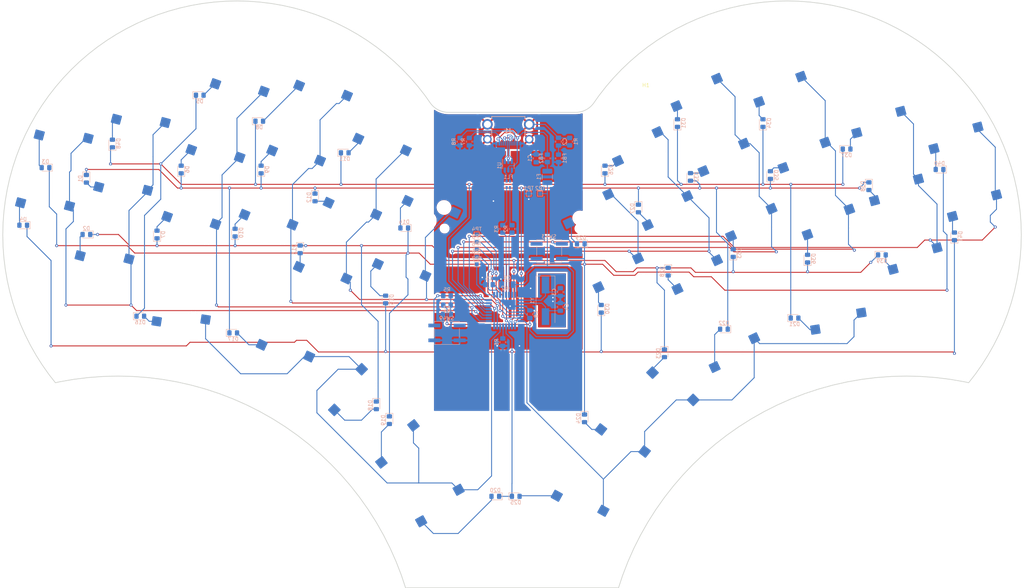
<source format=kicad_pcb>
(kicad_pcb (version 20211014) (generator pcbnew)
  (layers (0 "F.Cu" signal) (31 "B.Cu" signal) (34 "B.Paste" user) (35 "F.Paste" user) (36 "B.SilkS" user "B.Silkscreen") (37 "F.SilkS" user "F.Silkscreen") (38 "B.Mask" user) (39 "F.Mask" user) (44 "Edge.Cuts" user))
  (net 0 "")
  (net 1 "GNDPWR")
  (net 2 "/DD+")
  (net 3 "/DD-")
  (net 4 "/D-")
  (net 5 "Net-(C1-Pad2)")
  (net 6 "/D+")
  (net 7 "Net-(C3-Pad1)")
  (net 8 "Net-(C4-Pad1)")
  (net 9 "GND")
  (net 10 "+5V")
  (net 11 "Net-(TP3-Pad1)")
  (net 12 "Net-(TP4-Pad1)")
  (net 13 "Net-(TP5-Pad1)")
  (net 14 "R0")
  (net 15 "R1")
  (net 16 "R2")
  (net 17 "R3")
  (net 18 "R4")
  (net 19 "Net-(R6-Pad1)")
  (net 20 "C4")
  (net 21 "C3")
  (net 22 "C2")
  (net 23 "C1")
  (net 24 "C0")
  (net 25 "C5")
  (net 26 "C6")
  (net 27 "C7")
  (net 28 "C8")
  (net 29 "C9")
  (net 30 "~{RESET}")
  (net 31 "Net-(TP6-Pad1)")
  (net 32 "Net-(TP7-Pad1)")
  (net 33 "Net-(C5-Pad1)")
  (net 34 "/DDD+")
  (net 35 "/DDD-")
  (net 36 "Net-(C2-Pad1)")
  (net 37 "Net-(C7-Pad1)")
  (net 38 "Net-(D1-Pad2)")
  (net 39 "Net-(D2-Pad2)")
  (net 40 "Net-(D3-Pad2)")
  (net 41 "Net-(D4-Pad2)")
  (net 42 "Net-(D5-Pad2)")
  (net 43 "Net-(D6-Pad2)")
  (net 44 "Net-(D7-Pad2)")
  (net 45 "Net-(D8-Pad2)")
  (net 46 "Net-(D9-Pad2)")
  (net 47 "Net-(D10-Pad2)")
  (net 48 "Net-(D11-Pad2)")
  (net 49 "Net-(D12-Pad2)")
  (net 50 "Net-(D13-Pad2)")
  (net 51 "Net-(D14-Pad2)")
  (net 52 "Net-(D15-Pad2)")
  (net 53 "Net-(D16-Pad2)")
  (net 54 "Net-(D17-Pad2)")
  (net 55 "Net-(D18-Pad2)")
  (net 56 "Net-(D19-Pad2)")
  (net 57 "Net-(D20-Pad2)")
  (net 58 "Net-(D21-Pad2)")
  (net 59 "Net-(D22-Pad2)")
  (net 60 "Net-(D23-Pad2)")
  (net 61 "Net-(D24-Pad2)")
  (net 62 "Net-(D25-Pad2)")
  (net 63 "Net-(D26-Pad2)")
  (net 64 "Net-(D27-Pad2)")
  (net 65 "Net-(D28-Pad2)")
  (net 66 "Net-(D29-Pad2)")
  (net 67 "Net-(D30-Pad2)")
  (net 68 "Net-(D31-Pad2)")
  (net 69 "Net-(D32-Pad2)")
  (net 70 "Net-(D33-Pad2)")
  (net 71 "Net-(D34-Pad2)")
  (net 72 "Net-(D35-Pad2)")
  (net 73 "Net-(D36-Pad2)")
  (net 74 "Net-(D37-Pad2)")
  (net 75 "Net-(D38-Pad2)")
  (net 76 "Net-(D39-Pad2)")
  (net 77 "Net-(D40-Pad2)")
  (net 78 "Net-(D41-Pad2)")
  (net 79 "Net-(D48-Pad2)")
  (net 80 "/VBUS")
  (net 81 "Net-(J1-PadA5)")
  (net 83 "Net-(J1-PadB5)")
  (net 85 "DDDD-")
  (net 86 "DDDD+")
  (footprint "MountingHole:MountingHole_3.2mm_M3" (layer "F.Cu") (at 48 58.5)
    (fp_text reference "H6" hide)
    (fp_text value "MountingHole" hide)
  )
  (footprint "mech-kbd:MX-Hotswap-1U" (layer "F.Cu") (at 191.75 106 25)
    (fp_text reference "SW29")
    (fp_text value "N")
  )
  (footprint "mech-kbd:MX-Hotswap-1U" (layer "F.Cu") (at 94.573835 92.265086 -23)
    (fp_text reference "SW10")
    (fp_text value "C")
  )
  (footprint "MountingHole:MountingHole_3.2mm_M3" (layer "F.Cu") (at 123 119.5)
    (fp_text reference "H9" hide)
    (fp_text value "MountingHole" hide)
  )
  (footprint "mech-kbd:MX-Hotswap-1U" (layer "F.Cu") (at 56 84 -15)
    (fp_text reference "SW1")
    (fp_text value "A")
  )
  (footprint "mech-kbd:MX-Hotswap-1U" (layer "F.Cu") (at 80.5 74.5 -20)
    (fp_text reference "SW6")
    (fp_text value "S")
  )
  (footprint "mech-kbd:MX-Hotswap-1U" (layer "F.Cu") (at 183.75 88.75 25)
    (fp_text reference "SW41")
    (fp_text value "H")
  )
  (footprint "mech-kbd:MX-Hotswap-1U" (layer "F.Cu") (at 35 88.25 -15)
    (fp_text reference "SW4")
    (fp_text value "B")
  )
  (footprint "mech-kbd:MX-Hotswap-1U" (layer "F.Cu") (at 197 72 25)
    (fp_text reference "SW26")
    (fp_text value "U")
  )
  (footprint "mech-kbd:MX-Hotswap-1.25U" (layer "F.Cu") (at 188.938541 151.347218 -38)
    (fp_text reference "SW24")
    (fp_text value "L1")
  )
  (footprint "mech-kbd:MX-Hotswap-1U" (layer "F.Cu") (at 51 102.5 -15)
    (fp_text reference "SW2")
    (fp_text value "Z")
  )
  (footprint "mech-kbd:MX-Hotswap-1U" (layer "F.Cu") (at 109.25 57.5 -23)
    (fp_text reference "SW8")
    (fp_text value "E")
  )
  (footprint "mech-kbd:MX-Hotswap-1U" (layer "F.Cu") (at 287 88.25 15)
    (fp_text reference "SW30")
    (fp_text value "Enter")
  )
  (footprint "mech-kbd:MX-Hotswap-1U" (layer "F.Cu") (at 99 127.5 -25)
    (fp_text reference "SW17")
    (fp_text value "Gui")
  )
  (footprint "MountingHole:MountingHole_3.2mm_M3" (layer "F.Cu") (at 257 104.5)
    (fp_text reference "H8" hide)
    (fp_text value "MountingHole" hide)
  )
  (footprint "mech-kbd:MX-Hotswap-1U" (layer "F.Cu") (at 138.25 88.75 -25)
    (fp_text reference "SW14")
    (fp_text value "T")
  )
  (footprint "mech-kbd:MX-Hotswap-1U" (layer "F.Cu") (at 271 102.5 15)
    (fp_text reference "SW40")
    (fp_text value "Slsh")
  )
  (footprint "mech-kbd:MX-Hotswap-1U" (layer "F.Cu") (at 205 89.25 25)
    (fp_text reference "SW27")
    (fp_text value "J")
  )
  (footprint "MountingHole:MountingHole_3.2mm_M3" (layer "F.Cu") (at 65 104.5)
    (fp_text reference "H4" hide)
    (fp_text value "MountingHole" hide)
  )
  (footprint "mech-kbd:MX-Hotswap-1U" (layer "F.Cu") (at 109 106.5 -25)
    (fp_text reference "SW13")
    (fp_text value "V")
  )
  (footprint "mech-kbd:MX-Hotswap-1U" (layer "F.Cu") (at 72 119.5 -9)
    (fp_text reference "SW16")
    (fp_text value "Back")
  )
  (footprint "mech-kbd:MX-Hotswap-1U" (layer "F.Cu") (at 241.5 74.5 20)
    (fp_text reference "SW35")
    (fp_text value "L")
  )
  (footprint "mech-kbd:MX-Hotswap-1U" (layer "F.Cu") (at 220 75 23)
    (fp_text reference "SW32")
    (fp_text value "K")
  )
  (footprint "mech-kbd:MX-Hotswap-1.5U" (layer "F.Cu") (at 202 136.5 -45)
    (fp_text reference "SW23")
    (fp_text value "L2")
  )
  (footprint "mech-kbd:MX-Hotswap-1U" (layer "F.Cu") (at 213 106.5 25)
    (fp_text reference "SW28")
    (fp_text value "M")
  )
  (footprint "mech-kbd:MX-Hotswap-1U" (layer "F.Cu") (at 60.75 65.75 -15)
    (fp_text reference "SW48")
    (fp_text value "Q")
  )
  (footprint "MountingHole:MountingHole_3.2mm_M3" (layer "F.Cu") (at 197 56.5)
    (fp_text reference "H1")
    (fp_text value "MountingHole")
  )
  (footprint "mech-kbd:MX-Hotswap-1U" (layer "F.Cu") (at 143.985374 168.5 29)
    (fp_text reference "SW20")
    (fp_text value "Sft")
  )
  (footprint "mech-kbd:MX-Hotswap-1U" (layer "F.Cu") (at 117 89.25 -25)
    (fp_text reference "SW12")
    (fp_text value "F")
  )
  (footprint "mech-kbd:MX-Hotswap-1U" (layer "F.Cu") (at 282 70 15)
    (fp_text reference "SW42")
    (fp_text value "Y")
  )
  (footprint "mech-kbd:MX-Hotswap-1U" (layer "F.Cu") (at 250 119.5 9)
    (fp_text reference "SW21")
    (fp_text value "Fwd")
  )
  (footprint "MountingHole:MountingHole_3.2mm_M3" (layer "F.Cu") (at 183 181.5)
    (fp_text reference "H2" hide)
    (fp_text value "MountingHole" hide)
  )
  (footprint "mech-kbd:MX-Hotswap-1U" (layer "F.Cu") (at 227.426165 92.515086 23)
    (fp_text reference "SW33")
    (fp_text value "Comm")
  )
  (footprint "mech-kbd:MX-Hotswap-1U" (layer "F.Cu") (at 248 92.5 20)
    (fp_text reference "SW36")
    (fp_text value "Dot")
  )
  (footprint "mech-kbd:MX-Hotswap-1U" (layer "F.Cu") (at 235 56.75 20)
    (fp_text reference "SW34")
    (fp_text value "O")
  )
  (footprint "mech-kbd:MX-Hotswap-1U" (layer "F.Cu") (at 178 168.5 -29)
    (fp_text reference "SW25")
    (fp_text value "Ctl")
  )
  (footprint "mech-kbd:MX-Hotswap-1.5U" (layer "F.Cu") (at 120 136.5 45)
    (fp_text reference "SW18")
    (fp_text value "Ctl")
  )
  (footprint "MountingHole:MountingHole_3.2mm_M3" (layer "F.Cu") (at 125 56.5)
    (fp_text reference "H3" hide)
    (fp_text value "MountingHole" hide)
  )
  (footprint "mech-kbd:MX-Hotswap-1U" (layer "F.Cu") (at 74 92.5 -20)
    (fp_text reference "SW7")
    (fp_text value "X")
  )
  (footprint "mech-kbd:MX-Hotswap-1.25U" (layer "F.Cu") (at 133 151.5 38)
    (fp_text reference "SW19")
    (fp_text value "Alt")
  )
  (footprint "mech-kbd:MX-Hotswap-1U" (layer "F.Cu") (at 87 56.75 -20)
    (fp_text reference "SW5")
    (fp_text value "W")
  )
  (footprint "mech-kbd:MX-Hotswap-1U" (layer "F.Cu") (at 266 84 15)
    (fp_text reference "SW39")
    (fp_text value "Semi")
  )
  (footprint "MountingHole:MountingHole_3.2mm_M3" (layer "F.Cu") (at 199 119.5)
    (fp_text reference "H7" hide)
    (fp_text value "MountingHole" hide)
  )
  (footprint "mech-kbd:MX-Hotswap-1U" (layer "F.Cu") (at 125 72 -25)
    (fp_text reference "SW11")
    (fp_text value "R")
  )
  (footprint "mech-kbd:MX-Hotswap-1U" (layer "F.Cu") (at 130.25 105.75 -25)
    (fp_text reference "SW15")
    (fp_text value "G")
  )
  (footprint "mech-kbd:MX-Hotswap-1U" (layer "F.Cu") (at 261.25 65.75 15)
    (fp_text reference "SW38")
    (fp_text value "P")
  )
  (footprint "MountingHole:MountingHole_3.2mm_M3" (layer "F.Cu") (at 274 58.5)
    (fp_text reference "H5" hide)
    (fp_text value "MountingHole" hide)
  )
  (footprint "mech-kbd:MX-Hotswap-1U" (layer "F.Cu") (at 40 70 -15)
    (fp_text reference "SW3")
    (fp_text value "Tab")
  )
  (footprint "mech-kbd:MX-Hotswap-1U" (layer "F.Cu") (at 223 127.5 25)
    (fp_text reference "SW22")
    (fp_text value "AltGr")
  )
  (footprint "mech-kbd:MX-Hotswap-1U" (layer "F.Cu") (at 212.75 57.5 23)
    (fp_text reference "SW31")
    (fp_text value "I")
  )
  (footprint "MountingHole:MountingHole_3.2mm_M3" (layer "F.Cu") (at 139 181.5)
    (fp_text reference "H10" hide)
    (fp_text value "MountingHole" hide)
  )
  (footprint "mech-kbd:MX-Hotswap-1U" (layer "F.Cu") (at 102 75 -23)
    (fp_text reference "SW9")
    (fp_text value "D")
  )
  (footprint "Diode_SMD:D_0805_2012Metric_Pad1.15x1.40mm_HandSolder" (layer "B.Cu") (at 220.5 97.5 90)
    (fp_text reference "D33")
    (fp_text value "D")
  )
  (footprint "Diode_SMD:D_0805_2012Metric_Pad1.15x1.40mm_HandSolder" (layer "B.Cu") (at 209 77 90)
    (fp_text reference "D32")
    (fp_text value "D")
  )
  (footprint "Diode_SMD:D_0805_2012Metric_Pad1.15x1.40mm_HandSolder" (layer "B.Cu") (at 53.5 68 90)
    (fp_text reference "D48")
    (fp_text value "D")
  )
  (footprint "Capacitor_SMD:C_0805_2012Metric_Pad1.18x1.45mm_HandSolder" (layer "B.Cu") (at 167.5 72 -90)
    (fp_text reference "C1")
    (fp_text value "4µ7")
  )
  (footprint "Crystal:Crystal_SMD_HC49-SD" (layer "B.Cu") (at 170 110.3625 -90)
    (fp_text reference "Y1")
    (fp_text value "16MHz")
  )
  (footprint "TestPoint:TestPoint_Pad_1.0x1.0mm" (layer "B.Cu") (at 151.5 92.5 180)
    (fp_text reference "TP4")
    (fp_text value "D1")
  )
  (footprint "Diode_SMD:D_0805_2012Metric_Pad1.15x1.40mm_HandSolder" (layer "B.Cu") (at 127 110 90)
    (fp_text reference "D15")
    (fp_text value "D")
  )
  (footprint "Capacitor_SMD:C_0805_2012Metric_Pad1.18x1.45mm_HandSolder" (layer "B.Cu") (at 143.5 114 180)
    (fp_text reference "C7")
    (fp_text value "22p")
  )
  (footprint "Diode_SMD:D_0805_2012Metric_Pad1.15x1.40mm_HandSolder" (layer "B.Cu") (at 124.5 138.5 -90)
    (fp_text reference "D18")
    (fp_text value "D")
  )
  (footprint "Diode_SMD:D_0805_2012Metric_Pad1.15x1.40mm_HandSolder" (layer "B.Cu") (at 185 112.5 90)
    (fp_text reference "D30")
    (fp_text value "D")
  )
  (footprint "Resistor_SMD:R_0805_2012Metric_Pad1.20x1.40mm_HandSolder" (layer "B.Cu") (at 158.5 91 -90)
    (fp_text reference "R3")
    (fp_text value "22")
  )
  (footprint "Diode_SMD:D_0805_2012Metric_Pad1.15x1.40mm_HandSolder" (layer "B.Cu") (at 116 70.5)
    (fp_text reference "D11")
    (fp_text value "D")
  )
  (footprint "Inductor_SMD:L_CommonModeChoke_Coilcraft_0805USB" (layer "B.Cu") (at 160 79)
    (fp_text reference "FL1")
    (fp_text value "NCC0805F900KTRF")
  )
  (footprint "Diode_SMD:D_0805_2012Metric_Pad1.15x1.40mm_HandSolder" (layer "B.Cu") (at 104 96.5 -90)
    (fp_text reference "D13")
    (fp_text value "D")
  )
  (footprint "Diode_SMD:D_0805_2012Metric_Pad1.15x1.40mm_HandSolder" (layer "B.Cu") (at 86 119)
    (fp_text reference "D17")
    (fp_text value "D")
  )
  (footprint "Diode_SMD:D_0805_2012Metric_Pad1.15x1.40mm_HandSolder" (layer "B.Cu") (at 251 69.5)
    (fp_text reference "D37")
    (fp_text value "D")
  )
  (footprint "Resistor_SMD:R_1210_3225Metric_Pad1.30x2.65mm_HandSolder" (layer "B.Cu") (at 170.5 77 -90)
    (fp_text reference "F1")
    (fp_text value "350mA")
  )
  (footprint "Diode_SMD:D_0805_2012Metric_Pad1.15x1.40mm_HandSolder" (layer "B.Cu") (at 230.5 76.5 90)
    (fp_text reference "D35")
    (fp_text value "D")
  )
  (footprint "Diode_SMD:D_0805_2012Metric_Pad1.15x1.40mm_HandSolder" (layer "B.Cu") (at 195 85.5 -90)
    (fp_text reference "D27")
    (fp_text value "D")
  )
  (footprint "Button_Switch_SMD:SW_SPST_EVQQ2" (layer "B.Cu") (at 171 97 180)
    (fp_text reference "SW43")
    (fp_text value "QMK")
  )
  (footprint "Resistor_SMD:R_0805_2012Metric_Pad1.20x1.40mm_HandSolder" (layer "B.Cu") (at 176.5 67.5 90)
    (fp_text reference "R1")
    (fp_text value "1M")
  )
  (footprint "Diode_SMD:D_0805_2012Metric_Pad1.15x1.40mm_HandSolder" (layer "B.Cu") (at 205.5 62.5 90)
    (fp_text reference "D31")
    (fp_text value "D")
  )
  (footprint "Button_Switch_SMD:SW_SPST_EVQQ2" (layer "B.Cu") (at 143.5 119 180)
    (fp_text reference "SW49")
    (fp_text value "RESET")
  )
  (footprint "Diode_SMD:D_0805_2012Metric_Pad1.15x1.40mm_HandSolder" (layer "B.Cu") (at 276 75 180)
    (fp_text reference "D40")
    (fp_text value "D")
  )
  (footprint "Diode_SMD:D_0805_2012Metric_Pad1.15x1.40mm_HandSolder" (layer "B.Cu") (at 65.5 92.5 90)
    (fp_text reference "D7")
    (fp_text value "D")
  )
  (footprint "Package_TO_SOT_SMD:SOT-23-6" (layer "B.Cu") (at 160 74 -90)
    (fp_text reference "U1")
    (fp_text value "USBLC6-2SC6")
  )
  (footprint "Resistor_SMD:R_0805_2012Metric_Pad1.20x1.40mm_HandSolder" (layer "B.Cu") (at 161 91 -90)
    (fp_text reference "R2")
    (fp_text value "22")
  )
  (footprint "TestPoint:TestPoint_Pad_1.0x1.0mm" (layer "B.Cu") (at 151.5 94.5 180)
    (fp_text reference "TP3")
    (fp_text value "D0")
  )
  (footprint "Diode_SMD:D_0805_2012Metric_Pad1.15x1.40mm_HandSolder" (layer "B.Cu") (at 156.5 163 180)
    (fp_text reference "D20")
    (fp_text value "D")
  )
  (footprint "Diode_SMD:D_0805_2012Metric_Pad1.15x1.40mm_HandSolder" (layer "B.Cu") (at 93 62)
    (fp_text reference "D8")
    (fp_text value "D")
  )
  (footprint "Diode_SMD:D_0805_2012Metric_Pad1.15x1.40mm_HandSolder" (layer "B.Cu") (at 162 163)
    (fp_text reference "D25")
    (fp_text value "D")
  )
  (footprint "Capacitor_SMD:C_0805_2012Metric_Pad1.18x1.45mm_HandSolder" (layer "B.Cu") (at 173.5 67.5 90)
    (fp_text reference "C2")
    (fp_text value "22p")
  )
  (footprint "Diode_SMD:D_0805_2012Metric_Pad1.15x1.40mm_HandSolder" (layer "B.Cu") (at 260.5 98)
    (fp_text reference "D39")
    (fp_text value "D")
  )
  (footprint "Diode_SMD:D_0805_2012Metric_Pad1.15x1.40mm_HandSolder" (layer "B.Cu") (at 46.5 77.5 -90)
    (fp_text reference "D1")
    (fp_text value "D")
  )
  (footprint "Diode_SMD:D_0805_2012Metric_Pad1.15x1.40mm_HandSolder" (layer "B.Cu") (at 35.5 74.5 180)
    (fp_text reference "D3")
    (fp_text value "D")
  )
  (footprint "Diode_SMD:D_0805_2012Metric_Pad1.15x1.40mm_HandSolder" (layer "B.Cu") (at 86.5 92 90)
    (fp_text reference "D10")
    (fp_text value "D")
  )
  (footprint "Resistor_SMD:R_0805_2012Metric_Pad1.20x1.40mm_HandSolder" (layer "B.Cu") (at 170.5 72 -90)
    (fp_text reference "FB2")
    (fp_text value "120")
  )
  (footprint "Diode_SMD:D_0805_2012Metric_Pad1.15x1.40mm_HandSolder" (layer "B.Cu") (at 93.5 75 90)
    (fp_text reference "D9")
    (fp_text value "D")
  )
  (footprint "Capacitor_SMD:C_0805_2012Metric_Pad1.18x1.45mm_HandSolder" (layer "B.Cu") (at 174 112 90)
    (fp_text reference "C4")
    (fp_text value "22p")
  )
  (footprint "TestPoint:TestPoint_Pad_1.0x1.0mm" (layer "B.Cu") (at 151.5 100.5 180)
    (fp_text reference "TP7")
    (fp_text value "C5")
  )
  (footprint "Diode_SMD:D_0805_2012Metric_Pad1.15x1.40mm_HandSolder" (layer "B.Cu") (at 128 142.5 -90)
    (fp_text reference "D19")
    (fp_text value "D")
  )
  (footprint "Diode_SMD:D_0805_2012Metric_Pad1.15x1.40mm_HandSolder" (layer "B.Cu") (at 257 79.5 -90)
    (fp_text reference "D38")
    (fp_text value "D")
  )
  (footprint "Diode_SMD:D_0805_2012Metric_Pad1.15x1.40mm_HandSolder" (layer "B.Cu") (at 46.5 92.5 180)
    (fp_text reference "D2")
    (fp_text value "D")
  )
  (footprint "mech-kbd:USB4500030A" (layer "B.Cu") (at 160 64)
    (fp_text reference "J1")
    (fp_text value "USB4500-03-0-A" hide)
  )
  (footprint "Diode_SMD:D_0805_2012Metric_Pad1.15x1.40mm_HandSolder" (layer "B.Cu") (at 186 75 90)
    (fp_text reference "D26")
    (fp_text value "D")
  )
  (footprint "Package_QFP:TQFP-32_7x7mm_P0.8mm" (layer "B.Cu") (at 159 113 180)
    (fp_text reference "U2")
    (fp_text value "ATmega32U2-A")
  )
  (footprint "TestPoint:TestPoint_Pad_1.0x1.0mm" (layer "B.Cu") (at 165.5 81.5 180)
    (fp_text reference "TP1")
    (fp_text value "GND")
  )
  (footprint "Diode_SMD:D_0805_2012Metric_Pad1.15x1.40mm_HandSolder" (layer "B.Cu") (at 240.5 99 90)
    (fp_text reference "D36")
    (fp_text value "D")
  )
  (footprint "Diode_SMD:D_0805_2012Metric_Pad1.15x1.40mm_HandSolder" (layer "B.Cu") (at 132 90.75 180)
    (fp_text reference "D14")
    (fp_text value "D")
  )
  (footprint "Diode_SMD:D_0805_2012Metric_Pad1.15x1.40mm_HandSolder" (layer "B.Cu") (at 179.5 95 180)
    (fp_text reference "D29")
    (fp_text value "D")
  )
  (footprint "Diode_SMD:D_0805_2012Metric_Pad1.15x1.40mm_HandSolder" (layer "B.Cu") (at 72 75 90)
    (fp_text reference "D6")
    (fp_text value "D")
  )
  (footprint "Diode_SMD:D_0805_2012Metric_Pad1.15x1.40mm_HandSolder" (layer "B.Cu") (at 29.5 90 180)
    (fp_text reference "D4")
    (fp_text value "D")
  )
  (footprint "TestPoint:TestPoint_Pad_1.0x1.0mm" (layer "B.Cu") (at 168.55 81.5 180)
    (fp_text reference "TP2")
    (fp_text value "5V")
  )
  (footprint "TestPoint:TestPoint_Pad_1.0x1.0mm" (layer "B.Cu") (at 151.5 98.5 180)
    (fp_text reference "TP6")
    (fp_text value "C4")
  )
  (footprint "Diode_SMD:D_0805_2012Metric_Pad1.15x1.40mm_HandSolder" (layer "B.Cu") (at 108 82.525 -90)
    (fp_text reference "D12")
    (fp_text value "D")
  )
  (footprint "Capacitor_SMD:C_1206_3216Metric_Pad1.33x1.80mm_HandSolder" (layer "B.Cu") (at 159.75 106 180)
    (fp_text reference "C6")
    (fp_text value "1µ")
  )
  (footprint "Capacitor_SMD:C_0805_2012Metric_Pad1.18x1.45mm_HandSolder" (layer "B.Cu") (at 165.7875 113.9625 90)
    (fp_text reference "C8")
    (fp_text value "1µ")
  )
  (footprint "Capacitor_SMD:C_0805_2012Metric_Pad1.18x1.45mm_HandSolder" (layer "B.Cu") (at 174 108 -90)
    (fp_text reference "C3")
    (fp_text value "22p")
  )
  (footprint "TestPoint:TestPoint_Pad_1.0x1.0mm" (layer "B.Cu") (at 151.5 96.5 180)
    (fp_text reference "TP5")
    (fp_text value "C2")
  )
  (footprint "Resistor_SMD:R_0805_2012Metric_Pad1.20x1.40mm_HandSolder" (layer "B.Cu") (at 149.5 67.5 -90)
    (fp_text reference "R7")
    (fp_text value "5k1")
  )
  (footprint "Diode_SMD:D_0805_2012Metric_Pad1.15x1.40mm_HandSolder" (layer "B.Cu") (at 237 115)
    (fp_text reference "D21")
    (fp_text value "D")
  )
  (footprint "Diode_SMD:D_0805_2012Metric_Pad1.15x1.40mm_HandSolder" (layer "B.Cu") (at 61 114.5)
    (fp_text reference "D16")
    (fp_text value "D")
  )
  (footprint "Diode_SMD:D_0805_2012Metric_Pad1.15x1.40mm_HandSolder" (layer "B.Cu") (at 202 124.5 -90)
    (fp_text reference "D23")
    (fp_text value "D")
  )
  (footprint "Diode_SMD:D_0805_2012Metric_Pad1.15x1.40mm_HandSolder" (layer "B.Cu") (at 280 93 90)
    (fp_text reference "D41")
    (fp_text value "D")
  )
  (footprint "Resistor_SMD:R_0805_2012Metric_Pad1.20x1.40mm_HandSolder" (layer "B.Cu") (at 147 67.5 -90)
    (fp_text reference "R8")
    (fp_text value "5k1")
  )
  (footprint "Resistor_SMD:R_0805_2012Metric_Pad1.20x1.40mm_HandSolder" (layer "B.Cu") (at 158.5 121.5 -90)
    (fp_text reference "R6")
    (fp_text value "10k")
  )
  (footprint "Diode_SMD:D_0805_2012Metric_Pad1.15x1.40mm_HandSolder" (layer "B.Cu") (at 218 118 180)
    (fp_text reference "D22")
    (fp_text value "D")
  )
  (footprint "Diode_SMD:D_0805_2012Metric_Pad1.15x1.40mm_HandSolder" (layer "B.Cu") (at 228.5 62.5 90)
    (fp_text reference "D34")
    (fp_text value "D")
  )
  (footprint "Diode_SMD:D_0805_2012Metric_Pad1.15x1.40mm_HandSolder" (layer "B.Cu") (at 203 102.5 -90)
    (fp_text reference "D28")
    (fp_text value "D")
  )
  (footprint "Diode_SMD:D_0805_2012Metric_Pad1.15x1.40mm_HandSolder" (layer "B.Cu") (at 180.5 142 -90)
    (fp_text reference "D24")
    (fp_text value "D")
  )
  (footprint "Resistor_SMD:R_0805_2012Metric_Pad1.20x1.40mm_HandSolder" (layer "B.Cu") (at 173.5 72 90)
    (fp_text reference "FB1")
    (fp_text value "120")
  )
  (footprint "Diode_SMD:D_0805_2012Metric_Pad1.15x1.40mm_HandSolder" (layer "B.Cu") (at 77 55)
    (fp_text reference "D5")
    (fp_text value "D")
  )
  (footprint "Resistor_SMD:R_0805_2012Metric_Pad1.20x1.40mm_HandSolder" (layer "B.Cu") (at 143.5 109 180)
    (fp_text reference "R5")
    (fp_text value "22")
  )
  (footprint "Resistor_SMD:R_0805_2012Metric_Pad1.20x1.40mm_HandSolder" (layer "B.Cu") (at 143.5 111.5)
    (fp_text reference "R4")
    (fp_text value "10k")
  )
  (footprint "Capacitor_SMD:C_0805_2012Metric_Pad1.18x1.45mm_HandSolder" (layer "B.Cu") (at 154.7875 106 180)
    (fp_text reference "C5")
    (fp_text value "1µ")
  )
  (gr_poly locked (pts (xy 238.091201 29.700615) (xy 241.174895 29.927605) (xy 244.243804 30.306618) (xy 247.290496 30.834617) (xy 250.307097 31.512611) (xy 253.287505 32.337608) (xy 256.223388 33.306617) (xy 259.108489 34.419609) (xy 261.934997 35.672614) (xy 264.69699 37.063606) (xy 267.386992 38.587607) (xy 269.999999 40.241614) (xy 272.527999 42.021613) (xy 274.964995 43.924613) (xy 277.307006 45.943609) (xy 279.545989 48.076605) (xy 281.679015 50.315603) (xy 283.697997 52.657614) (xy 285.601012 55.09461) (xy 287.38098 57.62261) (xy 289.035003 60.235617) (xy 290.55902 62.925602) (xy 291.950011 65.687611) (xy 293.203002 68.513607) (xy 294.315978 71.399609) (xy 295.285003 74.335606) (xy 296.109984 77.315609) (xy 296.787993 80.332607) (xy 297.315978 83.378605) (xy 297.695006 86.447605) (xy 297.921996 89.531605) (xy 297.997985 92.622608) (xy 297.921996 95.713806) (xy 297.695006 98.7975) (xy 297.315978 101.866402) (xy 296.787993 104.913101) (xy 296.109984 107.929703) (xy 295.285003 110.910103) (xy 294.315978 113.846001) (xy 293.203002 116.731201) (xy 291.950011 119.557808) (xy 290.55902 122.319702) (xy 289.035003 125.010101) (xy 287.38098 127.622704) (xy 285.601012 130.150604) (xy 283.838012 132.409607) (xy 282.94699 132.209503) (xy 282.657989 132.152008) (xy 279.031005 131.522705) (xy 278.738997 131.479508) (xy 275.085998 131.0289) (xy 274.792998 131) (xy 271.121001 130.729202) (xy 270.826995 130.714706) (xy 267.147002 130.624405) (xy 266.852996 130.624405) (xy 263.173003 130.714706) (xy 262.87799 130.729202) (xy 259.207305 131) (xy 258.914199 131.0289) (xy 255.260589 131.479508) (xy 254.96939 131.522705) (xy 251.342406 132.152008) (xy 251.053496 132.209503) (xy 247.462005 133.016006) (xy 247.176299 133.087601) (xy 243.628402 134.069404) (xy 243.346602 134.154907) (xy 239.851195 135.309601) (xy 239.573897 135.408905) (xy 236.139296 136.733704) (xy 235.867202 136.846405) (xy 232.501891 138.338104) (xy 232.235701 138.464104) (xy 228.947509 140.119202) (xy 228.687804 140.258003) (xy 225.484893 142.072403) (xy 225.232299 142.223801) (xy 222.122298 144.193207) (xy 221.877395 144.356903) (xy 218.867705 146.476501) (xy 218.631194 146.652008) (xy 215.729095 148.916702) (xy 215.501403 149.103607) (xy 212.714004 151.508003) (xy 212.495803 151.705803) (xy 209.829696 154.244102) (xy 209.621489 154.452408) (xy 207.08319 157.118408) (xy 206.885406 157.336609) (xy 204.480895 160.124092) (xy 204.294097 160.351692) (xy 202.029296 163.253792) (xy 201.853896 163.490303) (xy 199.734298 166.499992) (xy 199.570602 166.744896) (xy 197.601195 169.854897) (xy 197.449798 170.107491) (xy 195.635405 173.310494) (xy 195.496596 173.570198) (xy 193.841399 176.858299) (xy 193.715499 177.124489) (xy 192.2238 180.489891) (xy 192.111098 180.762001) (xy 190.786193 184.19648) (xy 190.686995 184.473762) (xy 189.646804 187.622597) (xy 132.353202 187.622597) (xy 131.313003 184.473762) (xy 131.213797 184.19648) (xy 129.8889 180.762001) (xy 129.776198 180.489891) (xy 128.284499 177.124489) (xy 128.158599 176.858299) (xy 126.503402 173.570198) (xy 126.3646 173.310494) (xy 124.5502 170.107491) (xy 124.398803 169.854897) (xy 122.429397 166.744896) (xy 122.2657 166.499992) (xy 120.146102 163.490303) (xy 119.970702 163.253792) (xy 117.705901 160.351692) (xy 117.519103 160.124092) (xy 115.1146 157.336609) (xy 114.9168 157.118408) (xy 112.378501 154.452408) (xy 112.170302 154.244102) (xy 109.504195 151.705803) (xy 109.285995 151.508003) (xy 106.498595 149.103607) (xy 106.270904 148.916702) (xy 103.368804 146.652008) (xy 103.1323 146.476501) (xy 100.122603 144.356903) (xy 99.8777 144.193207) (xy 96.767699 142.223801) (xy 96.515097 142.072403) (xy 93.312201 140.258003) (xy 93.052497 140.119202) (xy 89.764296 138.464104) (xy 89.498099 138.338104) (xy 86.132796 136.846405) (xy 85.860702 136.733704) (xy 82.426101 135.408905) (xy 82.148803 135.309601) (xy 78.653396 134.154907) (xy 78.371596 134.069404) (xy 74.823699 133.087601) (xy 74.538001 133.016006) (xy 70.946502 132.209503) (xy 70.657599 132.152008) (xy 67.030601 131.522705) (xy 66.739402 131.479508) (xy 63.085799 131.0289) (xy 62.792701 131) (xy 59.122001 130.729202) (xy 58.827002 130.714706) (xy 55.147002 130.624405) (xy 54.852996 130.624405) (xy 51.172995 130.714706) (xy 50.878997 130.729202) (xy 47.207 131) (xy 46.914 131.0289) (xy 43.261 131.479508) (xy 42.969001 131.522705) (xy 39.342002 132.152008) (xy 39.053001 132.209503) (xy 38.162001 132.409607) (xy 36.399001 130.150604) (xy 34.619002 127.622704) (xy 32.964995 125.010101) (xy 31.440993 122.319702) (xy 30.050002 119.557808) (xy 28.796996 116.731201) (xy 27.684005 113.846001) (xy 26.714995 110.910103) (xy 25.889998 107.929703) (xy 25.212005 104.913101) (xy 24.684005 101.866402) (xy 24.304992 98.7975) (xy 24.078002 95.713806) (xy 24.001998 92.622608) (xy 24.078002 89.531605) (xy 24.304992 86.447605) (xy 24.684005 83.378605) (xy 25.212005 80.332607) (xy 25.889998 77.315609) (xy 26.714995 74.335606) (xy 27.684005 71.399609) (xy 28.796996 68.513607) (xy 30.050002 65.687611) (xy 31.440993 62.925602) (xy 32.964995 60.235617) (xy 34.619002 57.62261) (xy 36.399001 55.09461) (xy 38.302001 52.657614) (xy 40.320998 50.315603) (xy 42.454001 48.076605) (xy 44.693 45.943609) (xy 47.035003 43.924613) (xy 49.471999 42.021613) (xy 51.999999 40.241614) (xy 54.612998 38.587607) (xy 57.303001 37.063606) (xy 60.065001 35.672614) (xy 62.891501 34.419609) (xy 65.776603 33.306617) (xy 68.712501 32.337608) (xy 71.692901 31.512611) (xy 74.709502 30.834617) (xy 77.756202 30.306618) (xy 80.825103 29.927605) (xy 83.908797 29.700615) (xy 86.999999 29.624611) (xy 90.091201 29.700615) (xy 93.174895 29.927605) (xy 96.243796 30.306618) (xy 99.290496 30.834617) (xy 102.307097 31.512611) (xy 105.287497 32.337608) (xy 108.223403 33.306617) (xy 111.108596 34.419609) (xy 113.935195 35.672614) (xy 116.697097 37.063606) (xy 119.387496 38.587607) (xy 122.000098 40.241614) (xy 124.527999 42.021613) (xy 126.965499 43.924613) (xy 129.307097 45.943609) (xy 131.546401 48.076605) (xy 133.678496 50.315603) (xy 135.698401 52.657614) (xy 137.6006 55.09461) (xy 138.9971 57.077612) (xy 139.264495 57.42861) (xy 139.4569 57.651617) (xy 139.659896 57.865606) (xy 139.873198 58.068609) (xy 140.096198 58.26061) (xy 140.328399 58.44161) (xy 140.569198 58.611609) (xy 140.818 58.768606) (xy 141.074203 58.914618) (xy 141.337203 59.046606) (xy 141.606498 59.165609) (xy 141.881301 59.271612) (xy 142.160903 59.364615) (xy 142.444701 59.442617) (xy 142.732001 59.507605) (xy 143.022201 59.557608) (xy 143.314498 59.593603) (xy 143.608199 59.615606) (xy 143.902602 59.62261) (xy 178.097396 59.62261) (xy 178.538802 59.606604) (xy 178.831893 59.577612) (xy 179.123198 59.534613) (xy 179.412002 59.476614) (xy 179.697692 59.405615) (xy 179.979491 59.319616) (xy 180.256804 59.220617) (xy 180.528899 59.107611) (xy 180.795104 58.981603) (xy 181.054793 58.843603) (xy 181.307403 58.69161) (xy 181.552306 58.528616) (xy 181.788802 58.352606) (xy 182.016402 58.165609) (xy 182.234603 57.967611) (xy 182.442901 57.759604) (xy 182.6407 57.541616) (xy 182.827498 57.313604) (xy 183.002898 57.077612) (xy 184.399398 55.09461) (xy 186.301604 52.657614) (xy 188.321502 50.315603) (xy 190.453597 48.076605) (xy 192.692901 45.943609) (xy 195.034499 43.924613) (xy 197.471999 42.021613) (xy 199.999907 40.241614) (xy 202.612502 38.587607) (xy 205.302901 37.063606) (xy 208.064803 35.672614) (xy 210.891402 34.419609) (xy 213.776595 33.306617) (xy 216.712493 32.337608) (xy 219.692901 31.512611) (xy 222.709502 30.834617) (xy 225.756194 30.306618) (xy 228.825103 29.927605) (xy 231.908797 29.700615) (xy 234.999999 29.624611)) (layer "Edge.Cuts") (width 0.2) (fill none))
  (segment (start 160 72) (end 160 69) (width 0.25) (layer "F.Cu") (net 1))
  (via (at 160 72) (size 0.8) (drill 0.4) (layers "F.Cu" "B.Cu") (net 1))
  (segment (start 173.5 66.4625) (end 169.8875 62.85) (width 0.25) (layer "B.Cu") (net 1))
  (segment (start 160 72.8625) (end 160 72) (width 0.25) (layer "B.Cu") (net 1))
  (segment (start 173.5375 66.5) (end 173.5 66.4625) (width 0.25) (layer "B.Cu") (net 1))
  (segment (start 176.5 66.5) (end 173.5375 66.5) (width 0.25) (layer "B.Cu") (net 1))
  (segment (start 169.8875 62.85) (end 165.62 62.85) (width 0.25) (layer "B.Cu") (net 1))
  (segment (start 159.05 75.8) (end 159.5 76.25) (width 0.2) (layer "B.Cu") (net 2))
  (segment (start 159.05 75.1375) (end 159.05 75.8) (width 0.2) (layer "B.Cu") (net 2))
  (segment (start 159.5 76.25) (end 159.5 78.1) (width 0.2) (layer "B.Cu") (net 2))
  (segment (start 159.5 78.1) (end 159.565 78.165) (width 0.2) (layer "B.Cu") (net 2))
  (segment (start 160.95 75.1375) (end 160.95 75.8) (width 0.2) (layer "B.Cu") (net 3))
  (segment (start 160.95 75.8) (end 160.435 76.315) (width 0.2) (layer "B.Cu") (net 3))
  (segment (start 160.435 76.315) (end 160.435 78.165) (width 0.2) (layer "B.Cu") (net 3))
  (segment (start 159.024598 66.5) (end 159.012299 66.487701) (width 0.2) (layer "F.Cu") (net 4))
  (segment (start 160.5 66.5) (end 159.024598 66.5) (width 0.2) (layer "F.Cu") (net 4))
  (via (at 159.012299 66.487701) (size 0.8) (drill 0.4) (layers "F.Cu" "B.Cu") (net 4))
  (via (at 160.5 66.5) (size 0.8) (drill 0.4) (layers "F.Cu" "B.Cu") (net 4))
  (segment (start 161 72) (end 161 72.8125) (width 0.2) (layer "B.Cu") (net 4))
  (segment (start 160.25 68) (end 160.25 71.25) (width 0.2) (layer "B.Cu") (net 4))
  (segment (start 159.25 68) (end 159.25 66.725402) (width 0.2) (layer "B.Cu") (net 4))
  (segment (start 160.25 68) (end 160.25 66.75) (width 0.2) (layer "B.Cu") (net 4))
  (segment (start 161 72.8125) (end 160.95 72.8625) (width 0.2) (layer "B.Cu") (net 4))
  (segment (start 160.25 66.75) (end 160.5 66.5) (width 0.2) (layer "B.Cu") (net 4))
  (segment (start 159.25 66.725402) (end 159.012299 66.487701) (width 0.2) (layer "B.Cu") (net 4))
  (segment (start 160.25 71.25) (end 161 72) (width 0.2) (layer "B.Cu") (net 4))
  (segment (start 170.5 73) (end 170.5 75.45) (width 0.25) (layer "B.Cu") (net 5))
  (segment (start 170.5 73) (end 167.5375 73) (width 0.25) (layer "B.Cu") (net 5))
  (segment (start 167.5375 73) (end 167.5 73.0375) (width 0.25) (layer "B.Cu") (net 5))
  (segment (start 159.75 71.25) (end 159.05 71.95) (width 0.2) (layer "B.Cu") (net 6))
  (segment (start 159.05 71.95) (end 159.05 72.8625) (width 0.2) (layer "B.Cu") (net 6))
  (segment (start 159.75 65.821372) (end 159.75 68) (width 0.2) (layer "B.Cu") (net 6))
  (segment (start 160.75 68) (end 160.75 67.239243) (width 0.2) (layer "B.Cu") (net 6))
  (segment (start 159.75 68) (end 159.75 71.25) (width 0.2) (layer "B.Cu") (net 6))
  (segment (start 161.1995 66.789743) (end 161.1995 66.210257) (width 0.2) (layer "B.Cu") (net 6))
  (segment (start 160.725098 65.735855) (end 159.835517 65.735855) (width 0.2) (layer "B.Cu") (net 6))
  (segment (start 159.835517 65.735855) (end 159.75 65.821372) (width 0.2) (layer "B.Cu") (net 6))
  (segment (start 161.1995 66.210257) (end 160.725098 65.735855) (width 0.2) (layer "B.Cu") (net 6))
  (segment (start 160.75 67.239243) (end 161.1995 66.789743) (width 0.2) (layer "B.Cu") (net 6))
  (segment (start 171 108) (end 170 107) (width 0.25) (layer "B.Cu") (net 7))
  (segment (start 170 109) (end 170 106.1125) (width 0.25) (layer "B.Cu") (net 7))
  (segment (start 174 106.9625) (end 172.9625 108) (width 0.25) (layer "B.Cu") (net 7))
  (segment (start 172.9625 108) (end 171 108) (width 0.25) (layer "B.Cu") (net 7))
  (segment (start 169 110) (end 170 109) (width 0.25) (layer "B.Cu") (net 7))
  (segment (start 170 107) (end 170 106.1125) (width 0.25) (layer "B.Cu") (net 7))
  (segment (start 168.8 110.2) (end 169 110) (width 0.25) (layer "B.Cu") (net 7))
  (segment (start 163.25 110.2) (end 168.8 110.2) (width 0.25) (layer "B.Cu") (net 7))
  (segment (start 174 113.0375) (end 171.0375 113.0375) (width 0.25) (layer "B.Cu") (net 8))
  (segment (start 171.0375 113.0375) (end 171 113) (width 0.25) (layer "B.Cu") (net 8))
  (segment (start 169 111) (end 170 112) (width 0.25) (layer "B.Cu") (net 8))
  (segment (start 171 113) (end 170 114) (width 0.25) (layer "B.Cu") (net 8))
  (segment (start 170 112) (end 170 114.6125) (width 0.25) (layer "B.Cu") (net 8))
  (segment (start 163.25 111) (end 169 111) (width 0.25) (layer "B.Cu") (net 8))
  (segment (start 170 114) (end 170 114.6125) (width 0.25) (layer "B.Cu") (net 8))
  (via (at 157 122.5) (size 0.8) (drill 0.4) (layers "F.Cu" "B.Cu") (net 9))
  (via (at 166 107) (size 0.8) (drill 0.4) (layers "F.Cu" "B.Cu") (net 9))
  (via (at 172 110.5) (size 0.8) (drill 0.4) (layers "F.Cu" "B.Cu") (net 9))
  (via (at 153 104.080995) (size 0.8) (drill 0.4) (layers "F.Cu" "B.Cu") (net 9))
  (via (at 166 71) (size 0.8) (drill 0.4) (layers "F.Cu" "B.Cu") (net 9))
  (via (at 163 122.5) (size 0.8) (drill 0.4) (layers "F.Cu" "B.Cu") (net 9))
  (via (at 156 83.5) (size 0.8) (drill 0.4) (layers "F.Cu" "B.Cu") (net 9))
  (via (at 165.5 83) (size 0.8) (drill 0.4) (layers "F.Cu" "B.Cu") (net 9))
  (via (at 160.5 111.8) (size 0.8) (drill 0.4) (layers "F.Cu" "B.Cu") (net 9))
  (via (at 158 104.5) (size 0.8) (drill 0.4) (layers "F.Cu" "B.Cu") (net 9))
  (via (at 172 109.5) (size 0.8) (drill 0.4) (layers "F.Cu" "B.Cu") (net 9))
  (via (at 167 113) (size 0.8) (drill 0.4) (layers "F.Cu" "B.Cu") (net 9))
  (segment (start 158.6 106.4125) (end 158.1875 106) (width 0.25) (layer "B.Cu") (net 9))
  (segment (start 158.6 108.75) (end 158.6 106.4125) (width 0.25) (layer "B.Cu") (net 9))
  (segment (start 167.5 70.9625) (end 166.0375 70.9625) (width 0.25) (layer "B.Cu") (net 9))
  (segment (start 166.0375 70.9625) (end 166 71) (width 0.25) (layer "B.Cu") (net 9))
  (segment (start 165.5 81.5) (end 165.5 83) (width 0.25) (layer "B.Cu") (net 9))
  (segment (start 163.25 111.8) (end 160.5 111.8) (width 0.25) (layer "B.Cu") (net 9))
  (segment (start 153.75 104.830995) (end 153 104.080995) (width 0.25) (layer "B.Cu") (net 9))
  (segment (start 158.6 108.75) (end 158.6 109.9) (width 0.25) (layer "B.Cu") (net 9))
  (segment (start 158.6 109.9) (end 160.5 111.8) (width 0.25) (layer "B.Cu") (net 9))
  (segment (start 158.1875 104.6875) (end 158 104.5) (width 0.25) (layer "B.Cu") (net 9))
  (segment (start 153.75 106) (end 153.75 104.830995) (width 0.25) (layer "B.Cu") (net 9))
  (segment (start 163.25 111.8) (end 164.6625 111.8) (width 0.25) (layer "B.Cu") (net 9))
  (segment (start 158.1875 106) (end 158.1875 104.6875) (width 0.25) (layer "B.Cu") (net 9))
  (segment (start 158.5 122.5) (end 157 122.5) (width 0.25) (layer "B.Cu") (net 9))
  (segment (start 164.6625 111.8) (end 165.7875 112.925) (width 0.25) (layer "B.Cu") (net 9))
  (segment (start 143.7245 116.7245) (end 143.5 116.5) (width 0.25) (layer "F.Cu") (net 10))
  (segment (start 165.7875 116.7125) (end 165.7755 116.7245) (width 0.25) (layer "F.Cu") (net 10))
  (segment (start 165.7755 116.7245) (end 143.7245 116.7245) (width 0.25) (layer "F.Cu") (net 10))
  (via (at 165.7875 116.7125) (size 0.8) (drill 0.4) (layers "F.Cu" "B.Cu") (net 10))
  (via (at 143.5 116.5) (size 0.8) (drill 0.4) (layers "F.Cu" "B.Cu") (net 10))
  (segment (start 161.8 106.4875) (end 161.3125 106) (width 0.25) (layer "B.Cu") (net 10))
  (segment (start 163.25 112.6) (end 164.3 112.6) (width 0.25) (layer "B.Cu") (net 10))
  (segment (start 177.5 118.5) (end 176 120) (width 0.25) (layer "B.Cu") (net 10))
  (segment (start 164.375 113.5875) (end 165.7875 115) (width 0.25) (layer "B.Cu") (net 10))
  (segment (start 177.5 102.5) (end 177.5 118.5) (width 0.25) (layer "B.Cu") (net 10))
  (segment (start 164 106) (end 161.3125 106) (width 0.25) (layer "B.Cu") (net 10))
  (segment (start 170.5 101) (end 167 101) (width 0.25) (layer "B.Cu") (net 10))
  (segment (start 164.3 112.6) (end 164.375 112.675) (width 0.25) (layer "B.Cu") (net 10))
  (segment (start 170.5 78.55) (end 170.5 81.5) (width 0.25) (layer "B.Cu") (net 10))
  (segment (start 161.8 108.75) (end 161.8 106.4875) (width 0.25) (layer "B.Cu") (net 10))
  (segment (start 143.5 116.5) (end 143.5 112.5) (width 0.25) (layer "B.Cu") (net 10))
  (segment (start 161 108.75) (end 161 106.3125) (width 0.25) (layer "B.Cu") (net 10))
  (segment (start 143.5 112.5) (end 142.5 111.5) (width 0.25) (layer "B.Cu") (net 10))
  (segment (start 168.55 81.5) (end 170.5 81.5) (width 0.25) (layer "B.Cu") (net 10))
  (segment (start 161 106.3125) (end 161.3125 106) (width 0.25) (layer "B.Cu") (net 10))
  (segment (start 165 103) (end 165 105) (width 0.25) (layer "B.Cu") (net 10))
  (segment (start 167 101) (end 165 103) (width 0.25) (layer "B.Cu") (net 10))
  (segment (start 165 105) (end 164 106) (width 0.25) (layer "B.Cu") (net 10))
  (segment (start 167.5 120) (end 165.7875 118.2875) (width 0.25) (layer "B.Cu") (net 10))
  (segment (start 176 120) (end 167.5 120) (width 0.25) (layer "B.Cu") (net 10))
  (segment (start 164.375 112.675) (end 164.375 113.5875) (width 0.25) (layer "B.Cu") (net 10))
  (segment (start 170.5 101) (end 176 101) (width 0.25) (layer "B.Cu") (net 10))
  (segment (start 176 101) (end 177.5 102.5) (width 0.25) (layer "B.Cu") (net 10))
  (segment (start 165.7875 118.2875) (end 165.7875 115) (width 0.25) (layer "B.Cu") (net 10))
  (segment (start 170.5 81.5) (end 170.5 98.5) (width 0.25) (layer "B.Cu") (net 10))
  (segment (start 170.5 98.5) (end 170.5 101) (width 0.25) (layer "B.Cu") (net 10))
  (segment (start 155.722448 108.222448) (end 155.722448 103.05031) (width 0.25) (layer "F.Cu") (net 11))
  (segment (start 157.7755 110.2755) (end 155.722448 108.222448) (width 0.25) (layer "F.Cu") (net 11))
  (segment (start 157.7755 113) (end 157.7755 110.2755) (width 0.25) (layer "F.Cu") (net 11))
  (via (at 157.7755 113) (size 0.8) (drill 0.4) (layers "F.Cu" "B.Cu") (net 11))
  (via (at 155.722448 103.05031) (size 0.8) (drill 0.4) (layers "F.Cu" "B.Cu") (net 11))
  (segment (start 156.1115 98.1115) (end 156.1115 102.408878) (width 0.25) (layer "B.Cu") (net 11))
  (segment (start 158.262299 113) (end 157.7755 113) (width 0.25) (layer "B.Cu") (net 11))
  (segment (start 155.722448 102.79793) (end 155.722448 103.05031) (width 0.25) (layer "B.Cu") (net 11))
  (segment (start 159.462299 114.2) (end 158.262299 113) (width 0.25) (layer "B.Cu") (net 11))
  (segment (start 156.1115 102.408878) (end 155.722448 102.79793) (width 0.25) (layer "B.Cu") (net 11))
  (segment (start 152.5 94.5) (end 156.1115 98.1115) (width 0.25) (layer "B.Cu") (net 11))
  (segment (start 151.5 94.5) (end 152.5 94.5) (width 0.25) (layer "B.Cu") (net 11))
  (segment (start 163.25 114.2) (end 159.462299 114.2) (width 0.25) (layer "B.Cu") (net 11))
  (segment (start 156.720294 107.220294) (end 156.720294 102.992777) (width 0.25) (layer "F.Cu") (net 12))
  (segment (start 158.5 109) (end 156.720294 107.220294) (width 0.25) (layer "F.Cu") (net 12))
  (segment (start 158.5 114.5) (end 158.5 109) (width 0.25) (layer "F.Cu") (net 12))
  (via (at 158.5 114.5) (size 0.8) (drill 0.4) (layers "F.Cu" "B.Cu") (net 12))
  (via (at 156.720294 102.992777) (size 0.8) (drill 0.4) (layers "F.Cu" "B.Cu") (net 12))
  (segment (start 159 115) (end 158.5 114.5) (width 0.25) (layer "B.Cu") (net 12))
  (segment (start 163.25 115) (end 159 115) (width 0.25) (layer "B.Cu") (net 12))
  (segment (start 156.720294 96.970294) (end 156.720294 102.992777) (width 0.25) (layer "B.Cu") (net 12))
  (segment (start 151.5 92.5) (end 152.25 92.5) (width 0.25) (layer "B.Cu") (net 12))
  (segment (start 152.25 92.5) (end 156.720294 96.970294) (width 0.25) (layer "B.Cu") (net 12))
  (segment (start 156.987701 110.512299) (end 154.5 108.024598) (width 0.25) (layer "F.Cu") (net 13))
  (segment (start 154.5 108.024598) (end 154.5 102.99578) (width 0.25) (layer "F.Cu") (net 13))
  (segment (start 154.5 102.99578) (end 155.387 102.10878) (width 0.25) (layer "F.Cu") (net 13))
  (via (at 156.987701 110.512299) (size 0.8) (drill 0.4) (layers "F.Cu" "B.Cu") (net 13))
  (via (at 155.387 102.10878) (size 0.8) (drill 0.4) (layers "F.Cu" "B.Cu") (net 13))
  (segment (start 159.9 113.4) (end 157.012299 110.512299) (width 0.25) (layer "B.Cu") (net 13))
  (segment (start 151.5 96.5) (end 152.375 96.5) (width 0.25) (layer "B.Cu") (net 13))
  (segment (start 163.25 113.4) (end 159.9 113.4) (width 0.25) (layer "B.Cu") (net 13))
  (segment (start 157.012299 110.512299) (end 156.987701 110.512299) (width 0.25) (layer "B.Cu") (net 13))
  (segment (start 155.387 99.512) (end 155.387 102.10878) (width 0.25) (layer "B.Cu") (net 13))
  (segment (start 152.375 96.5) (end 155.387 99.512) (width 0.25) (layer "B.Cu") (net 13))
  (segment (start 72 79) (end 149.5 79) (width 0.25) (layer "F.Cu") (net 14))
  (segment (start 250 79) (end 149.5 79) (width 0.25) (layer "F.Cu") (net 14))
  (segment (start 66.5 73.5) (end 53 73.5) (width 0.25) (layer "F.Cu") (net 14))
  (segment (start 66.5 73.5) (end 72 79) (width 0.25) (layer "F.Cu") (net 14))
  (via (at 149.5 79) (size 0.8) (drill 0.4) (layers "F.Cu" "B.Cu") (net 14))
  (via (at 236 79) (size 0.8) (drill 0.4) (layers "F.Cu" "B.Cu") (net 14))
  (via (at 66.5 73.5) (size 0.8) (drill 0.4) (layers "F.Cu" "B.Cu") (net 14))
  (via (at 115 79) (size 0.8) (drill 0.4) (layers "F.Cu" "B.Cu") (net 14))
  (via (at 92 79) (size 0.8) (drill 0.4) (layers "F.Cu" "B.Cu") (net 14))
  (via (at 206.5 79) (size 0.8) (drill 0.4) (layers "F.Cu" "B.Cu") (net 14))
  (via (at 53 73.5) (size 0.8) (drill 0.4) (layers "F.Cu" "B.Cu") (net 14))
  (via (at 228.5 79) (size 0.8) (drill 0.4) (layers "F.Cu" "B.Cu") (net 14))
  (via (at 186 79) (size 0.8) (drill 0.4) (layers "F.Cu" "B.Cu") (net 14))
  (via (at 250 79) (size 0.8) (drill 0.4) (layers "F.Cu" "B.Cu") (net 14))
  (segment (start 186 76.025) (end 186 79) (width 0.25) (layer "B.Cu") (net 14))
  (segment (start 66.5 83) (end 66.5 73.5) (width 0.25) (layer "B.Cu") (net 14))
  (segment (start 249.975 78.975) (end 250 79) (width 0.25) (layer "B.Cu") (net 14))
  (segment (start 144 93.5) (end 149.5 88) (width 0.25) (layer "B.Cu") (net 14))
  (segment (start 91.975 78.975) (end 92 79) (width 0.25) (layer "B.Cu") (net 14))
  (segment (start 91.975 62) (end 91.975 78.975) (width 0.25) (layer "B.Cu") (net 14))
  (segment (start 59.975 114.5) (end 62.132804 112.342196) (width 0.25) (layer "B.Cu") (net 14))
  (segment (start 114.975 78.975) (end 115 79) (width 0.25) (layer "B.Cu") (net 14))
  (segment (start 75.975 55) (end 75.975 64.025) (width 0.25) (layer "B.Cu") (net 14))
  (segment (start 62.132804 112.342196) (end 62.132804 87.367196) (width 0.25) (layer "B.Cu") (net 14))
  (segment (start 144 105) (end 144 93.5) (width 0.25) (layer "B.Cu") (net 14))
  (segment (start 235.975 115) (end 235.975 79.025) (width 0.25) (layer "B.Cu") (net 14))
  (segment (start 228.5 63.525) (end 228.5 79) (width 0.25) (layer "B.Cu") (net 14))
  (segment (start 53 69.525) (end 53.5 69.025) (width 0.25) (layer "B.Cu") (net 14))
  (segment (start 205.5 63.525) (end 205.5 78) (width 0.25) (layer "B.Cu") (net 14))
  (segment (start 235.975 79.025) (end 236 79) (width 0.25) (layer "B.Cu") (net 14))
  (segment (start 249.975 69.5) (end 249.975 78.975) (width 0.25) (layer "B.Cu") (net 14))
  (segment (start 154.75 114.2) (end 153.2 114.2) (width 0.25) (layer "B.Cu") (net 14))
  (segment (start 205.5 78) (end 206.5 79) (width 0.25) (layer "B.Cu") (net 14))
  (segment (start 114.975 70.5) (end 114.975 78.975) (width 0.25) (layer "B.Cu") (net 14))
  (segment (start 53 73.5) (end 53 69.525) (width 0.25) (layer "B.Cu") (net 14))
  (segment (start 62.132804 87.367196) (end 66.5 83) (width 0.25) (layer "B.Cu") (net 14))
  (segment (start 149.5 88) (end 149.5 79) (width 0.25) (layer "B.Cu") (net 14))
  (segment (start 153.2 114.2) (end 144 105) (width 0.25) (layer "B.Cu") (net 14))
  (segment (start 75.975 64.025) (end 66.5 73.5) (width 0.25) (layer "B.Cu") (net 14))
  (segment (start 163.5 114.350498) (end 163.5 103) (width 0.25) (layer "F.Cu") (net 15))
  (segment (start 66 75) (end 46.5 75) (width 0.25) (layer "F.Cu") (net 15))
  (segment (start 108 80) (end 71 80) (width 0.25) (layer "F.Cu") (net 15))
  (segment (start 71 80) (end 66 75) (width 0.25) (layer "F.Cu") (net 15))
  (segment (start 161.850498 116) (end 163.5 114.350498) (width 0.25) (layer "F.Cu") (net 15))
  (segment (start 108 80) (end 254.5 80) (width 0.25) (layer "F.Cu") (net 15))
  (via (at 161.850498 116) (size 0.8) (drill 0.4) (layers "F.Cu" "B.Cu") (net 15))
  (via (at 72 80) (size 0.8) (drill 0.4) (layers "F.Cu" "B.Cu") (net 15))
  (via (at 254.5 80) (size 0.8) (drill 0.4) (layers "F.Cu" "B.Cu") (net 15))
  (via (at 216 80) (size 0.8) (drill 0.4) (layers "F.Cu" "B.Cu") (net 15))
  (via (at 93.5 80) (size 0.8) (drill 0.4) (layers "F.Cu" "B.Cu") (net 15))
  (via (at 108 80) (size 0.8) (drill 0.4) (layers "F.Cu" "B.Cu") (net 15))
  (via (at 211.5 80) (size 0.8) (drill 0.4) (layers "F.Cu" "B.Cu") (net 15))
  (via (at 85 80) (size 0.8) (drill 0.4) (layers "F.Cu" "B.Cu") (net 15))
  (via (at 163.5 80) (size 0.8) (drill 0.4) (layers "F.Cu" "B.Cu") (net 15))
  (via (at 230.5 80) (size 0.8) (drill 0.4) (layers "F.Cu" "B.Cu") (net 15))
  (via (at 163.5 103) (size 0.8) (drill 0.4) (layers "F.Cu" "B.Cu") (net 15))
  (via (at 195 80) (size 0.8) (drill 0.4) (layers "F.Cu" "B.Cu") (net 15))
  (via (at 46.5 75) (size 0.8) (drill 0.4) (layers "F.Cu" "B.Cu") (net 15))
  (segment (start 72 78) (end 72 80) (width 0.25) (layer "B.Cu") (net 15))
  (segment (start 219.025 94.950744) (end 216 91.925744) (width 0.25) (layer "B.Cu") (net 15))
  (segment (start 163.5 80) (end 163.5 103) (width 0.25) (layer "B.Cu") (net 15))
  (segment (start 216 91.925744) (end 216 80) (width 0.25) (layer "B.Cu") (net 15))
  (segment (start 84.975 119) (end 84.975 80.025) (width 0.25) (layer "B.Cu") (net 15))
  (segment (start 254.5 80) (end 255.525 78.975) (width 0.25) (layer "B.Cu") (net 15))
  (segment (start 210.525 78.025) (end 211.5 79) (width 0.25) (layer "B.Cu") (net 15))
  (segment (start 211.5 79) (end 211.5 80) (width 0.25) (layer "B.Cu") (net 15))
  (segment (start 93.5 76.025) (end 93.5 80) (width 0.25) (layer "B.Cu") (net 15))
  (segment (start 84.975 80.025) (end 85 80) (width 0.25) (layer "B.Cu") (net 15))
  (segment (start 230.5 77.525) (end 230.5 80) (width 0.25) (layer "B.Cu") (net 15))
  (segment (start 72 76.025) (end 72 78) (width 0.25) (layer "B.Cu") (net 15))
  (segment (start 195 84.475) (end 195 80) (width 0.25) (layer "B.Cu") (net 15))
  (segment (start 108 81.5) (end 108 80) (width 0.25) (layer "B.Cu") (net 15))
  (segment (start 161.8 117.25) (end 161.8 116.050498) (width 0.25) (layer "B.Cu") (net 15))
  (segment (start 219.025 118) (end 219.025 94.950744) (width 0.25) (layer "B.Cu") (net 15))
  (segment (start 46.5 76.475) (end 46.5 75) (width 0.25) (layer "B.Cu") (net 15))
  (segment (start 161.8 116.050498) (end 161.850498 116) (width 0.25) (layer "B.Cu") (net 15))
  (segment (start 255.525 78.975) (end 255.525 78.475) (width 0.25) (layer "B.Cu") (net 15))
  (segment (start 209 78.025) (end 210.525 78.025) (width 0.25) (layer "B.Cu") (net 15))
  (segment (start 255.525 78.475) (end 257 78.475) (width 0.25) (layer "B.Cu") (net 15))
  (segment (start 49.5 92.5) (end 55.13569 92.5) (width 0.25) (layer "F.Cu") (net 16))
  (segment (start 143.5 99.5) (end 161.5 99.5) (width 0.25) (layer "F.Cu") (net 16))
  (segment (start 161.5 114.944024) (end 161.5 102.5) (width 0.25) (layer "F.Cu") (net 16))
  (segment (start 209.13569 101.5) (end 210.333197 102.697507) (width 0.25) (layer "F.Cu") (net 16))
  (segment (start 254.802493 102.697507) (end 257.5 100) (width 0.25) (layer "F.Cu") (net 16))
  (segment (start 58.13569 95.5) (end 139.5 95.5) (width 0.25) (layer "F.Cu") (net 16))
  (segment (start 160.719524 115.7245) (end 161.5 114.944024) (width 0.25) (layer "F.Cu") (net 16))
  (segment (start 194.604082 101.5) (end 209.13569 101.5) (width 0.25) (layer "F.Cu") (net 16))
  (segment (start 210.333197 102.697507) (end 254.802493 102.697507) (width 0.25) (layer "F.Cu") (net 16))
  (segment (start 161.5 99.5) (end 186 99.5) (width 0.25) (layer "F.Cu") (net 16))
  (segment (start 139.5 95.5) (end 143.5 99.5) (width 0.25) (layer "F.Cu") (net 16))
  (segment (start 55.13569 92.5) (end 58.13569 95.5) (width 0.25) (layer "F.Cu") (net 16))
  (segment (start 193.604082 102.5) (end 194.604082 101.5) (width 0.25) (layer "F.Cu") (net 16))
  (segment (start 161.5 99.5) (end 161.5 99.499998) (width 0.25) (layer "F.Cu") (net 16))
  (segment (start 189 102.5) (end 193.604082 102.5) (width 0.25) (layer "F.Cu") (net 16))
  (segment (start 186 99.5) (end 189 102.5) (width 0.25) (layer "F.Cu") (net 16))
  (via (at 257.5 100) (size 0.8) (drill 0.4) (layers "F.Cu" "B.Cu") (net 16))
  (via (at 161.5 99.499998) (size 0.8) (drill 0.4) (layers "F.Cu" "B.Cu") (net 16))
  (via (at 49.5 92.5) (size 0.8) (drill 0.4) (layers "F.Cu" "B.Cu") (net 16))
  (via (at 240.5 102.5) (size 0.8) (drill 0.4) (layers "F.Cu" "B.Cu") (net 16))
  (via (at 86.5 95.5) (size 0.8) (drill 0.4) (layers "F.Cu" "B.Cu") (net 16))
  (via (at 65.5 95.5) (size 0.8) (drill 0.4) (layers "F.Cu" "B.Cu") (net 16))
  (via (at 161.5 102.5) (size 0.8) (drill 0.4) (layers "F.Cu" "B.Cu") (net 16))
  (via (at 120.5 95.5) (size 0.8) (drill 0.4) (layers "F.Cu" "B.Cu") (net 16))
  (via (at 220.5 102.5) (size 0.8) (drill 0.4) (layers "F.Cu" "B.Cu") (net 16))
  (via (at 160.719524 115.7245) (size 0.8) (drill 0.4) (layers "F.Cu" "B.Cu") (net 16))
  (via (at 105.5 95.5) (size 0.8) (drill 0.4) (layers "F.Cu" "B.Cu") (net 16))
  (via (at 200 101.5) (size 0.8) (drill 0.4) (layers "F.Cu" "B.Cu") (net 16))
  (segment (start 202 107.5) (end 200 105.5) (width 0.25) (layer "B.Cu") (net 16))
  (segment (start 203 101.475) (end 200.025 101.475) (width 0.25) (layer "B.Cu") (net 16))
  (segment (start 124.5 137.475) (end 124.975001 136.999999) (width 0.25) (layer "B.Cu") (net 16))
  (segment (start 86.5 93.025) (end 86.5 95.5) (width 0.25) (layer "B.Cu") (net 16))
  (segment (start 65.5 93.525) (end 65.5 95.5) (width 0.25) (layer "B.Cu") (net 16))
  (segment (start 105.475 95.475) (end 105.5 95.5) (width 0.25) (layer "B.Cu") (net 16))
  (segment (start 161.5 99.499998) (end 161.5 102.5) (width 0.25) (layer "B.Cu") (net 16))
  (segment (start 200 105.5) (end 200 101.5) (width 0.25) (layer "B.Cu") (net 16))
  (segment (start 200.025 101.475) (end 200 101.5) (width 0.25) (layer "B.Cu") (net 16))
  (segment (start 259.475 98.025) (end 257.5 100) (width 0.25) (layer "B.Cu") (net 16))
  (segment (start 120.5 111.413854) (end 120.5 95.5) (width 0.25) (layer "B.Cu") (net 16))
  (segment (start 104 95.475) (end 105.475 95.475) (width 0.25) (layer "B.Cu") (net 16))
  (segment (start 161 117.25) (end 161 116.004976) (width 0.25) (layer "B.Cu") (net 16))
  (segment (start 259.475 98) (end 259.475 98.025) (width 0.25) (layer "B.Cu") (net 16))
  (segment (start 161 116.004976) (end 160.719524 115.7245) (width 0.25) (layer "B.Cu") (net 16))
  (segment (start 124.975001 115.888855) (end 120.5 111.413854) (width 0.25) (layer "B.Cu") (net 16))
  (segment (start 220.5 98.525) (end 220.5 102.5) (width 0.25) (layer "B.Cu") (net 16))
  (segment (start 240.5 100.025) (end 240.5 102.5) (width 0.25) (layer "B.Cu") (net 16))
  (segment (start 47.525 92.5) (end 49.5 92.5) (width 0.25) (layer "B.Cu") (net 16))
  (segment (start 202 123.475) (end 202 107.5) (width 0.25) (layer "B.Cu") (net 16))
  (segment (start 124.975001 136.999999) (end 124.975001 115.888855) (width 0.25) (layer "B.Cu") (net 16))
  (segment (start 136 97.5) (end 139 100.5) (width 0.25) (layer "F.Cu") (net 17))
  (segment (start 194.03093 103.5) (end 194.903732 102.627198) (width 0.25) (layer "F.Cu") (net 17))
  (segment (start 214.611129 103.878643) (end 218.232486 107.5) (width 0.25) (layer "F.Cu") (net 17))
  (segment (start 188.363604 103.5) (end 194.03093 103.5) (width 0.25) (layer "F.Cu") (net 17))
  (segment (start 209.878643 103.878643) (end 214.611129 103.878643) (width 0.25) (layer "F.Cu") (net 17))
  (segment (start 218.232486 107.5) (end 278 107.5) (width 0.25) (layer "F.Cu") (net 17))
  (segment (start 185.363604 100.5) (end 188.363604 103.5) (width 0.25) (layer "F.Cu") (net 17))
  (segment (start 57.5 95.5) (end 59.5 97.5) (width 0.25) (layer "F.Cu") (net 17))
  (segment (start 59.5 97.5) (end 136 97.5) (width 0.25) (layer "F.Cu") (net 17))
  (segment (start 208.627198 102.627198) (end 209.878643 103.878643) (width 0.25) (layer "F.Cu") (net 17))
  (segment (start 159.5 100.5) (end 159.5 115.707112) (width 0.25) (layer "F.Cu") (net 17))
  (segment (start 139 100.5) (end 159.5 100.5) (width 0.25) (layer "F.Cu") (net 17))
  (segment (start 194.903732 102.627198) (end 208.627198 102.627198) (width 0.25) (layer "F.Cu") (net 17))
  (segment (start 38.5 95.5) (end 57.5 95.5) (width 0.25) (layer "F.Cu") (net 17))
  (segment (start 158.5 100.5) (end 185.363604 100.5) (width 0.25) (layer "F.Cu") (net 17))
  (segment (start 159.5 115.707112) (end 159.482612 115.7245) (width 0.25) (layer "F.Cu") (net 17))
  (via (at 133 97.5) (size 0.8) (drill 0.4) (layers "F.Cu" "B.Cu") (net 17))
  (via (at 180.5 100.5) (size 0.8) (drill 0.4) (layers "F.Cu" "B.Cu") (net 17))
  (via (at 159.482612 115.7245) (size 0.8) (drill 0.4) (layers "F.Cu" "B.Cu") (net 17))
  (via (at 38.5 95.5) (size 0.8) (drill 0.4) (layers "F.Cu" "B.Cu") (net 17))
  (via (at 278 107.5) (size 0.8) (drill 0.4) (layers "F.Cu" "B.Cu") (net 17))
  (segment (start 133.025 90.75) (end 133.025 97.475) (width 0.25) (layer "B.Cu") (net 17))
  (segment (start 180.525 95) (end 180.5 95.025) (width 0.25) (layer "B.Cu") (net 17))
  (segment (start 159.694926 115.7245) (end 159.482612 115.7245) (width 0.25) (layer "B.Cu") (net 17))
  (segment (start 278 92.603464) (end 278 107.5) (width 0.25) (layer "B.Cu") (net 17))
  (segment (start 180.5 140.975) (end 180.5 100.5) (width 0.25) (layer "B.Cu") (net 17))
  (segment (start 38 86.5) (end 38.5 87) (width 0.25) (layer "B.Cu") (net 17))
  (segment (start 160.2 117.25) (end 160.2 116.229574) (width 0.25) (layer "B.Cu") (net 17))
  (segment (start 277.025 91.628464) (end 278 92.603464) (width 0.25) (layer "B.Cu") (net 17))
  (segment (start 174.4 99) (end 180.5 99) (width 0.25) (layer "B.Cu") (net 17))
  (segment (start 133.025 97.475) (end 133 97.5) (width 0.25) (layer "B.Cu") (net 17))
  (segment (start 132.5 104) (end 132.5 98) (width 0.25) (layer "B.Cu") (net 17))
  (segment (start 133 104.5) (end 132.5 104) (width 0.25) (layer "B.Cu") (net 17))
  (segment (start 133 108.748032) (end 133 104.5) (width 0.25) (layer "B.Cu") (net 17))
  (segment (start 128 141.475) (end 128.025 141.45) (width 0.25) (layer "B.Cu") (net 17))
  (segment (start 128.025 141.45) (end 128.025 113.723032) (width 0.25) (layer "B.Cu") (net 17))
  (segment (start 38.5 87) (end 38.5 95.5) (width 0.25) (layer "B.Cu") (net 17))
  (segment (start 180.5 95.025) (end 180.5 99) (width 0.25) (layer "B.Cu") (net 17))
  (segment (start 160.2 116.229574) (end 159.694926 115.7245) (width 0.25) (layer "B.Cu") (net 17))
  (segment (start 132.5 98) (end 133 97.5) (width 0.25) (layer "B.Cu") (net 17))
  (segment (start 128.025 113.723032) (end 133 108.748032) (width 0.25) (layer "B.Cu") (net 17))
  (segment (start 180.5 99) (end 180.5 100.5) (width 0.25) (layer "B.Cu") (net 17))
  (segment (start 277.025 75) (end 277.025 91.628464) (width 0.25) (layer "B.Cu") (net 17))
  (segment (start 36.525 74.5) (end 36.525 85.025) (width 0.25) (layer "B.Cu") (net 17))
  (segment (start 36.525 85.025) (end 38 86.5) (width 0.25) (layer "B.Cu") (net 17))
  (segment (start 73.389489 122.5) (end 37 122.5) (width 0.25) (layer "F.Cu") (net 18))
  (segment (start 102.479412 121.520588) (end 74.368901 121.520588) (width 0.25) (layer "F.Cu") (net 18))
  (segment (start 108.910017 124.127198) (end 105.782819 121) (width 0.25) (layer "F.Cu") (net 18))
  (segment (start 280 124.5) (end 279.627198 124.127198) (width 0.25) (layer "F.Cu") (net 18))
  (segment (start 74.368901 121.520588) (end 73.389489 122.5) (width 0.25) (layer "F.Cu") (net 18))
  (segment (start 279.627198 124.127198) (end 108.910017 124.127198) (width 0.25) (layer "F.Cu") (net 18))
  (segment (start 105.782819 121) (end 103 121) (width 0.25) (layer "F.Cu") (net 18))
  (segment (start 103 121) (end 102.479412 121.520588) (width 0.25) (layer "F.Cu") (net 18))
  (via (at 127 124) (size 0.8) (drill 0.4) (layers "F.Cu" "B.Cu") (net 18))
  (via (at 161 124.017388) (size 0.8) (drill 0.4) (layers "F.Cu" "B.Cu") (net 18))
  (via (at 185 124) (size 0.8) (drill 0.4) (layers "F.Cu" "B.Cu") (net 18))
  (via (at 37 122.5) (size 0.8) (drill 0.4) (layers "F.Cu" "B.Cu") (net 18))
  (via (at 280 124.5) (size 0.8) (drill 0.4) (layers "F.Cu" "B.Cu") (net 18))
  (segment (start 30.525 90) (end 30.525 93.05) (width 0.25) (layer "B.Cu") (net 18))
  (segment (start 159.4 119.141888) (end 161 120.741888) (width 0.25) (layer "B.Cu") (net 18))
  (segment (start 30.525 93.05) (end 37 99.525) (width 0.25) (layer "B.Cu") (net 18))
  (segment (start 160.975 163) (end 157.525 163) (width 0.25) (layer "B.Cu") (net 18))
  (segment (start 280 94.025) (end 280 124.5) (width 0.25) (layer "B.Cu") (net 18))
  (segment (start 160.975 163) (end 160.975 159.55) (width 0.25) (layer "B.Cu") (net 18))
  (segment (start 37 99.525) (end 37 122.5) (width 0.25) (layer "B.Cu") (net 18))
  (segment (start 160.975 159.55) (end 161 159.525) (width 0.25) (layer "B.Cu") (net 18))
  (segment (start 161 159.525) (end 161 124.017388) (width 0.25) (layer "B.Cu") (net 18))
  (segment (start 185 113.525) (end 185 124) (width 0.25) (layer "B.Cu") (net 18))
  (segment (start 159.4 117.25) (end 159.4 119.141888) (width 0.25) (layer "B.Cu") (net 18))
  (segment (start 161 120.741888) (end 161 124.017388) (width 0.25) (layer "B.Cu") (net 18))
  (segment (start 127 111.025) (end 127 124) (width 0.25) (layer "B.Cu") (net 18))
  (segment (start 158.6 120.4) (end 158.6 117.25) (width 0.25) (layer "B.Cu") (net 19))
  (segment (start 158.5 120.5) (end 158.6 120.4) (width 0.25) (layer "B.Cu") (net 19))
  (segment (start 106.441551 125.364892) (end 105.135108 125.364892) (width 0.25) (layer "B.Cu") (net 20))
  (segment (start 114.22302 128.77698) (end 120.538815 128.77698) (width 0.25) (layer "B.Cu") (net 20))
  (segment (start 155.5 121) (end 155.5 157.5) (width 0.25) (layer "B.Cu") (net 20))
  (segment (start 100.5 130) (end 88 130) (width 0.25) (layer "B.Cu") (net 20))
  (segment (start 105.135108 125.364892) (end 100.5 130) (width 0.25) (layer "B.Cu") (net 20))
  (segment (start 134.475999 148.607098) (end 134.475999 143.900211) (width 0.25) (layer "B.Cu") (net 20))
  (segment (start 78.564762 120.564762) (end 78.564762 115.396433) (width 0.25) (layer "B.Cu") (net 20))
  (segment (start 157.8 118.7) (end 155.5 121) (width 0.25) (layer "B.Cu") (net 20))
  (segment (start 127.397213 159.397213) (end 118.5 150.5) (width 0.25) (layer "B.Cu") (net 20))
  (segment (start 88 130) (end 78.564762 120.564762) (width 0.25) (layer "B.Cu") (net 20))
  (segment (start 108.5 140.5) (end 108.5 134.5) (width 0.25) (layer "B.Cu") (net 20))
  (segment (start 155.5 157.5) (end 151.775326 161.224674) (width 0.25) (layer "B.Cu") (net 20))
  (segment (start 106.441551 125.364892) (end 117.126727 125.364892) (width 0.25) (layer "B.Cu") (net 20))
  (segment (start 157.8 117.25) (end 157.8 118.7) (width 0.25) (layer "B.Cu") (net 20))
  (segment (start 135.897213 150.028312) (end 134.475999 148.607098) (width 0.25) (layer "B.Cu") (net 20))
  (segment (start 144.804608 159.397213) (end 135.897213 159.397213) (width 0.25) (layer "B.Cu") (net 20))
  (segment (start 135.897213 159.397213) (end 127.397213 159.397213) (width 0.25) (layer "B.Cu") (net 20))
  (segment (start 108.5 134.5) (end 114.22302 128.77698) (width 0.25) (layer "B.Cu") (net 20))
  (segment (start 151.775326 161.224674) (end 146.632069 161.224674) (width 0.25) (layer "B.Cu") (net 20))
  (segment (start 117.126727 125.364892) (end 120.538815 128.77698) (width 0.25) (layer "B.Cu") (net 20))
  (segment (start 135.897213 159.397213) (end 135.897213 150.028312) (width 0.25) (layer "B.Cu") (net 20))
  (segment (start 146.632069 161.224674) (end 144.804608 159.397213) (width 0.25) (layer "B.Cu") (net 20))
  (segment (start 118.5 150.5) (end 108.5 140.5) (width 0.25) (layer "B.Cu") (net 20))
  (segment (start 120 110) (end 138 110) (width 0.25) (layer "F.Cu") (net 21))
  (segment (start 138 110) (end 155.450804 110) (width 0.25) (layer "F.Cu") (net 21))
  (segment (start 157.051 111.600196) (end 157.051 111.641355) (width 0.25) (layer "F.Cu") (net 21))
  (segment (start 117.5 107.5) (end 120 110) (width 0.25) (layer "F.Cu") (net 21))
  (segment (start 155.450804 110) (end 157.051 111.600196) (width 0.25) (layer "F.Cu") (net 21))
  (via (at 157.051 111.641355) (size 0.8) (drill 0.4) (layers "F.Cu" "B.Cu") (net 21))
  (via (at 117.5 107.5) (size 0.8) (drill 0.4) (layers "F.Cu" "B.Cu") (net 21))
  (via (at 138 110) (size 0.8) (drill 0.4) (layers "F.Cu" "B.Cu") (net 21))
  (segment (start 157 117.25) (end 157.051 117.199) (width 0.25) (layer "B.Cu") (net 21))
  (segment (start 144.385108 86.614892) (end 137.691551 93.308449) (width 0.25) (layer "B.Cu") (net 21))
  (segment (start 137.691551 93.308449) (end 137.691551 103.614892) (width 0.25) (layer "B.Cu") (net 21))
  (segment (start 117.5 107.5) (end 117.5 105.423341) (width 0.25) (layer "B.Cu") (net 21))
  (segment (start 138 103.923341) (end 138 110) (width 0.25) (layer "B.Cu") (net 21))
  (segment (start 132.135108 69.864892) (end 124.441551 77.558449) (width 0.25) (layer "B.Cu") (net 21))
  (segment (start 132.441551 69.864892) (end 132.135108 69.864892) (width 0.25) (layer "B.Cu") (net 21))
  (segment (start 121.844569 89.155431) (end 116.441551 94.558449) (width 0.25) (layer "B.Cu") (net 21))
  (segment (start 124.441551 87.114892) (end 122.401012 89.155431) (width 0.25) (layer "B.Cu") (net 21))
  (segment (start 137.691551 103.614892) (end 138 103.923341) (width 0.25) (layer "B.Cu") (net 21))
  (segment (start 117.5 105.423341) (end 116.441551 104.364892) (width 0.25) (layer "B.Cu") (net 21))
  (segment (start 116.441551 94.558449) (end 116.441551 104.364892) (width 0.25) (layer "B.Cu") (net 21))
  (segment (start 124.441551 77.558449) (end 124.441551 87.114892) (width 0.25) (layer "B.Cu") (net 21))
  (segment (start 122.401012 89.155431) (end 121.844569 89.155431) (width 0.25) (layer "B.Cu") (net 21))
  (segment (start 157.051 117.199) (end 157.051 111.641355) (width 0.25) (layer "B.Cu") (net 21))
  (segment (start 145.691551 86.614892) (end 144.385108 86.614892) (width 0.25) (layer "B.Cu") (net 21))
  (segment (start 101.949501 110.949501) (end 154.845155 110.949501) (width 0.25) (layer "F.Cu") (net 22))
  (segment (start 101.5 110.5) (end 101.949501 110.949501) (width 0.25) (layer "F.Cu") (net 22))
  (segment (start 154.845155 110.949501) (end 156.3265 112.430846) (width 0.25) (layer "F.Cu") (net 22))
  (via (at 156.3265 112.430846) (size 0.8) (drill 0.4) (layers "F.Cu" "B.Cu") (net 22))
  (via (at 101.5 110.5) (size 0.8) (drill 0.4) (layers "F.Cu" "B.Cu") (net 22))
  (segment (start 156.2 112.557346) (end 156.3265 112.430846) (width 0.25) (layer "B.Cu") (net 22))
  (segment (start 109.362503 72.606487) (end 107.225546 74.743444) (width 0.25) (layer "B.Cu") (net 22))
  (segment (start 101.5 90.307911) (end 101.5 110.5) (width 0.25) (layer "B.Cu") (net 22))
  (segment (start 107.225546 74.743444) (end 106.256556 74.743444) (width 0.25) (layer "B.Cu") (net 22))
  (segment (start 114.475546 57.243444) (end 113.756556 57.243444) (width 0.25) (layer "B.Cu") (net 22))
  (segment (start 156.2 117.25) (end 156.2 112.557346) (width 0.25) (layer "B.Cu") (net 22))
  (segment (start 109.362503 61.637497) (end 109.362503 72.606487) (width 0.25) (layer "B.Cu") (net 22))
  (segment (start 116.612503 55.106487) (end 114.475546 57.243444) (width 0.25) (layer "B.Cu") (net 22))
  (segment (start 113.756556 57.243444) (end 109.362503 61.637497) (width 0.25) (layer "B.Cu") (net 22))
  (segment (start 101.936338 89.871573) (end 101.5 90.307911) (width 0.25) (layer "B.Cu") (net 22))
  (segment (start 101.936338 79.063662) (end 101.936338 89.871573) (width 0.25) (layer "B.Cu") (net 22))
  (segment (start 106.256556 74.743444) (end 101.936338 79.063662) (width 0.25) (layer "B.Cu") (net 22))
  (segment (start 82 112) (end 81.5 111.5) (width 0.25) (layer "F.Cu") (net 23))
  (segment (start 149.975402 112) (end 82 112) (width 0.25) (layer "F.Cu") (net 23))
  (segment (start 150.212749 112.237347) (end 149.975402 112) (width 0.25) (layer "F.Cu") (net 23))
  (via (at 81.5 111.5) (size 0.8) (drill 0.4) (layers "F.Cu" "B.Cu") (net 23))
  (via (at 150.212749 112.237347) (size 0.8) (drill 0.4) (layers "F.Cu" "B.Cu") (net 23))
  (segment (start 81.5 89.997296) (end 81.5 111.5) (width 0.25) (layer "B.Cu") (net 23))
  (segment (start 94.227147 53.974443) (end 87 61.20159) (width 0.25) (layer "B.Cu") (net 23))
  (segment (start 152.275402 115.8) (end 150.212749 113.737347) (width 0.25) (layer "B.Cu") (net 23))
  (segment (start 81.227147 89.724443) (end 81.5 89.997296) (width 0.25) (layer "B.Cu") (net 23))
  (segment (start 87.727147 71.724443) (end 83 76.45159) (width 0.25) (layer "B.Cu") (net 23))
  (segment (start 83 76.45159) (end 83 87.95159) (width 0.25) (layer "B.Cu") (net 23))
  (segment (start 87 70.997296) (end 87.727147 71.724443) (width 0.25) (layer "B.Cu") (net 23))
  (segment (start 150.212749 113.737347) (end 150.212749 112.237347) (width 0.25) (layer "B.Cu") (net 23))
  (segment (start 87 61.20159) (end 87 70.997296) (width 0.25) (layer "B.Cu") (net 23))
  (segment (start 154.75 115.8) (end 152.275402 115.8) (width 0.25) (layer "B.Cu") (net 23))
  (segment (start 83 87.95159) (end 81.227147 89.724443) (width 0.25) (layer "B.Cu") (net 23))
  (segment (start 59.987701 112.987701) (end 150.963103 112.987701) (width 0.25) (layer "F.Cu") (net 24))
  (segment (start 58.5 111.5) (end 59.987701 112.987701) (width 0.25) (layer "F.Cu") (net 24))
  (segment (start 58.5 111.5) (end 41 111.5) (width 0.25) (layer "F.Cu") (net 24))
  (segment (start 150.963103 112.987701) (end 151.237701 113.262299) (width 0.25) (layer "F.Cu") (net 24))
  (via (at 41 111.5) (size 0.8) (drill 0.4) (layers "F.Cu" "B.Cu") (net 24))
  (via (at 58.5 111.5) (size 0.8) (drill 0.4) (layers "F.Cu" "B.Cu") (net 24))
  (via (at 151.237701 113.262299) (size 0.8) (drill 0.4) (layers "F.Cu" "B.Cu") (net 24))
  (segment (start 64.431002 71.568998) (end 64.431002 79.131855) (width 0.25) (layer "B.Cu") (net 24))
  (segment (start 43 85.897379) (end 41.957739 84.855118) (width 0.25) (layer "B.Cu") (net 24))
  (segment (start 46.394882 66.605118) (end 42.368401 70.631599) (width 0.25) (layer "B.Cu") (net 24))
  (segment (start 58.5 111.5) (end 58.5 99.647379) (width 0.25) (layer "B.Cu") (net 24))
  (segment (start 62.957739 81.042261) (end 57.957739 86.042261) (width 0.25) (layer "B.Cu") (net 24))
  (segment (start 43 89) (end 43 85.897379) (width 0.25) (layer "B.Cu") (net 24))
  (segment (start 62.957739 80.605118) (end 62.957739 81.042261) (width 0.25) (layer "B.Cu") (net 24))
  (segment (start 67.707739 62.355118) (end 64.431002 65.631855) (width 0.25) (layer "B.Cu") (net 24))
  (segment (start 42.368401 70.631599) (end 42.368401 75.292289) (width 0.25) (layer "B.Cu") (net 24))
  (segment (start 46.957739 66.605118) (end 46.394882 66.605118) (width 0.25) (layer "B.Cu") (net 24))
  (segment (start 64.431002 79.131855) (end 62.957739 80.605118) (width 0.25) (layer "B.Cu") (net 24))
  (segment (start 58.5 99.647379) (end 57.957739 99.105118) (width 0.25) (layer "B.Cu") (net 24))
  (segment (start 57.957739 86.042261) (end 57.957739 99.105118) (width 0.25) (layer "B.Cu") (net 24))
  (segment (start 64.431002 65.631855) (end 64.431002 71.568998) (width 0.25) (layer "B.Cu") (net 24))
  (segment (start 41 91) (end 43 89) (width 0.25) (layer "B.Cu") (net 24))
  (segment (start 42.368401 75.292289) (end 41.957739 75.702951) (width 0.25) (layer "B.Cu") (net 24))
  (segment (start 154.75 115) (end 152.975402 115) (width 0.25) (layer "B.Cu") (net 24))
  (segment (start 41 111.5) (end 41 91) (width 0.25) (layer "B.Cu") (net 24))
  (segment (start 41.957739 75.702951) (end 41.957739 84.855118) (width 0.25) (layer "B.Cu") (net 24))
  (segment (start 152.975402 115) (end 151.237701 113.262299) (width 0.25) (layer "B.Cu") (net 24))
  (segment (start 253 115.544041) (end 253 120) (width 0.25) (layer "B.Cu") (net 25))
  (segment (start 185.572361 158.376682) (end 193.008225 150.940818) (width 0.25) (layer "B.Cu") (net 25))
  (segment (start 220.161448 137.038815) (end 226.147749 131.052514) (width 0.25) (layer "B.Cu") (net 25))
  (segment (start 253 120) (end 251.131099 121.868901) (width 0.25) (layer "B.Cu") (net 25))
  (segment (start 165 116.5) (end 165 137.804321) (width 0.25) (layer "B.Cu") (net 25))
  (segment (start 163.25 115.8) (end 164.3 115.8) (width 0.25) (layer "B.Cu") (net 25))
  (segment (start 254.975388 113.568653) (end 253 115.544041) (width 0.25) (layer "B.Cu") (net 25))
  (segment (start 209.72302 137.038815) (end 220.161448 137.038815) (width 0.25) (layer "B.Cu") (net 25))
  (segment (start 164.3 115.8) (end 165 116.5) (width 0.25) (layer "B.Cu") (net 25))
  (segment (start 193.008225 150.940818) (end 196.66966 150.940818) (width 0.25) (layer "B.Cu") (net 25))
  (segment (start 185.572361 166.88919) (end 185.572361 158.376682) (width 0.25) (layer "B.Cu") (net 25))
  (segment (start 165 137.804321) (end 185.572361 158.376682) (width 0.25) (layer "B.Cu") (net 25))
  (segment (start 205.178018 137.038815) (end 209.72302 137.038815) (width 0.25) (layer "B.Cu") (net 25))
  (segment (start 226.147749 131.052514) (end 226.147749 120.427021) (width 0.25) (layer "B.Cu") (net 25))
  (segment (start 251.131099 121.868901) (end 227.589629 121.868901) (width 0.25) (layer "B.Cu") (net 25))
  (segment (start 196.66966 150.940818) (end 196.66966 145.547173) (width 0.25) (layer "B.Cu") (net 25))
  (segment (start 227.589629 121.868901) (end 226.147749 120.427021) (width 0.25) (layer "B.Cu") (net 25))
  (segment (start 196.66966 145.547173) (end 205.178018 137.038815) (width 0.25) (layer "B.Cu") (net 25))
  (segment (start 192.5 97) (end 145 97) (width 0.25) (layer "F.Cu") (net 26))
  (segment (start 214 97) (end 192.5 97) (width 0.25) (layer "F.Cu") (net 26))
  (via (at 214 97) (size 0.8) (drill 0.4) (layers "F.Cu" "B.Cu") (net 26))
  (via (at 192.5 97) (size 0.8) (drill 0.4) (layers "F.Cu" "B.Cu") (net 26))
  (via (at 145 97) (size 0.8) (drill 0.4) (layers "F.Cu" "B.Cu") (net 26))
  (segment (start 214 97.279272) (end 216.147749 99.427021) (width 0.25) (layer "B.Cu") (net 26))
  (segment (start 154.75 113.4) (end 153.7 113.4) (width 0.25) (layer "B.Cu") (net 26))
  (segment (start 145 104.7) (end 145 97) (width 0.25) (layer "B.Cu") (net 26))
  (segment (start 186.897749 81.677021) (end 187.677021 81.677021) (width 0.25) (layer "B.Cu") (net 26))
  (segment (start 208.147749 82.177021) (end 214 88.029272) (width 0.25) (layer "B.Cu") (net 26))
  (segment (start 194.897749 98.927021) (end 194.427021 98.927021) (width 0.25) (layer "B.Cu") (net 26))
  (segment (start 153.7 113.4) (end 145 104.7) (width 0.25) (layer "B.Cu") (net 26))
  (segment (start 203 67) (end 203 77.029272) (width 0.25) (layer "B.Cu") (net 26))
  (segment (start 194.427021 98.927021) (end 192.5 97) (width 0.25) (layer "B.Cu") (net 26))
  (segment (start 214 88.029272) (end 214 97.279272) (width 0.25) (layer "B.Cu") (net 26))
  (segment (start 203 77.029272) (end 208.147749 82.177021) (width 0.25) (layer "B.Cu") (net 26))
  (segment (start 194.897749 88.897749) (end 194.897749 98.927021) (width 0.25) (layer "B.Cu") (net 26))
  (segment (start 200.927021 64.927021) (end 203 67) (width 0.25) (layer "B.Cu") (net 26))
  (segment (start 187.677021 81.677021) (end 194.897749 88.897749) (width 0.25) (layer "B.Cu") (net 26))
  (segment (start 200.147749 64.927021) (end 200.927021 64.927021) (width 0.25) (layer "B.Cu") (net 26))
  (segment (start 220.68525 97.174001) (end 232.094945 97.174001) (width 0.25) (layer "F.Cu") (net 27))
  (segment (start 219.511249 96) (end 220.68525 97.174001) (width 0.25) (layer "F.Cu") (net 27))
  (segment (start 146.5 96) (end 219.511249 96) (width 0.25) (layer "F.Cu") (net 27))
  (via (at 232.094945 97.174001) (size 0.8) (drill 0.4) (layers "F.Cu" "B.Cu") (net 27))
  (via (at 146.5 96) (size 0.8) (drill 0.4) (layers "F.Cu" "B.Cu") (net 27))
  (segment (start 154.75 112.6) (end 153.7 112.6) (width 0.25) (layer "B.Cu") (net 27))
  (segment (start 227.5 70.5) (end 227.5 82.23743) (width 0.25) (layer "B.Cu") (net 27))
  (segment (start 225.041184 68.041184) (end 227.5 70.5) (width 0.25) (layer "B.Cu") (net 27))
  (segment (start 227.5 82.23743) (end 230.81884 85.55627) (width 0.25) (layer "B.Cu") (net 27))
  (segment (start 230.81884 85.55627) (end 230.81884 95.794242) (width 0.25) (layer "B.Cu") (net 27))
  (segment (start 232.094945 97.070347) (end 232.094945 97.174001) (width 0.25) (layer "B.Cu") (net 27))
  (segment (start 153.7 112.6) (end 146.5 105.4) (width 0.25) (layer "B.Cu") (net 27))
  (segment (start 221 55.398509) (end 221 65.648509) (width 0.25) (layer "B.Cu") (net 27))
  (segment (start 216.142675 50.541184) (end 221 55.398509) (width 0.25) (layer "B.Cu") (net 27))
  (segment (start 146.5 105.4) (end 146.5 96) (width 0.25) (layer "B.Cu") (net 27))
  (segment (start 223.392675 68.041184) (end 225.041184 68.041184) (width 0.25) (layer "B.Cu") (net 27))
  (segment (start 221 65.648509) (end 223.392675 68.041184) (width 0.25) (layer "B.Cu") (net 27))
  (segment (start 230.81884 95.794242) (end 232.094945 97.070347) (width 0.25) (layer "B.Cu") (net 27))
  (segment (start 253.086811 96.7245) (end 252.811812 96.449501) (width 0.25) (layer "F.Cu") (net 28))
  (segment (start 218.646939 94.5) (end 148 94.5) (width 0.25) (layer "F.Cu") (net 28))
  (segment (start 220.59644 96.449501) (end 218.646939 94.5) (width 0.25) (layer "F.Cu") (net 28))
  (segment (start 252.811812 96.449501) (end 220.59644 96.449501) (width 0.25) (layer "F.Cu") (net 28))
  (via (at 148 94.5) (size 0.8) (drill 0.4) (layers "F.Cu" "B.Cu") (net 28))
  (via (at 253.086811 96.7245) (size 0.8) (drill 0.4) (layers "F.Cu" "B.Cu") (net 28))
  (via (at 171.9 94.5) (size 0.8) (drill 0.4) (layers "F.Cu" "B.Cu") (net 28))
  (segment (start 245.252222 56.47828) (end 245.252222 67.72828) (width 0.25) (layer "B.Cu") (net 28))
  (segment (start 245.72828 67.72828) (end 248 70) (width 0.25) (layer "B.Cu") (net 28))
  (segment (start 174.4 95) (end 172.4 95) (width 0.25) (layer "B.Cu") (net 28))
  (segment (start 172.4 95) (end 171.9 94.5) (width 0.25) (layer "B.Cu") (net 28))
  (segment (start 251.5 85.980502) (end 251.5 95.137689) (width 0.25) (layer "B.Cu") (net 28))
  (segment (start 148 106.160288) (end 148 94.5) (width 0.25) (layer "B.Cu") (net 28))
  (segment (start 238.752222 49.97828) (end 245.252222 56.47828) (width 0.25) (layer "B.Cu") (net 28))
  (segment (start 248 70) (end 248 81.976058) (width 0.25) (layer "B.Cu") (net 28))
  (segment (start 248 81.976058) (end 251.752222 85.72828) (width 0.25) (layer "B.Cu") (net 28))
  (segment (start 245.252222 67.72828) (end 245.72828 67.72828) (width 0.25) (layer "B.Cu") (net 28))
  (segment (start 251.5 95.137689) (end 253.086811 96.7245) (width 0.25) (layer "B.Cu") (net 28))
  (segment (start 154.75 111.8) (end 153.639712 111.8) (width 0.25) (layer "B.Cu") (net 28))
  (segment (start 153.639712 111.8) (end 148 106.160288) (width 0.25) (layer "B.Cu") (net 28))
  (segment (start 251.752222 85.72828) (end 251.5 85.980502) (width 0.25) (layer "B.Cu") (net 28))
  (segment (start 287.5 94) (end 291 90.5) (width 0.25) (layer "F.Cu") (net 29))
  (segment (start 272.014788 94) (end 270.014788 96) (width 0.25) (layer "F.Cu") (net 29))
  (segment (start 217.782629 93) (end 149.5 93) (width 0.25) (layer "F.Cu") (net 29))
  (segment (start 270.014788 96) (end 220.782629 96) (width 0.25) (layer "F.Cu") (net 29))
  (segment (start 273.5 94) (end 287.5 94) (width 0.25) (layer "F.Cu") (net 29))
  (segment (start 273.5 94) (end 272.014788 94) (width 0.25) (layer "F.Cu") (net 29))
  (segment (start 220.782629 96) (end 217.782629 93) (width 0.25) (layer "F.Cu") (net 29))
  (via (at 149.5 93) (size 0.8) (drill 0.4) (layers "F.Cu" "B.Cu") (net 29))
  (via (at 291 90.5) (size 0.8) (drill 0.4) (layers "F.Cu" "B.Cu") (net 29))
  (via (at 273.5 94) (size 0.8) (drill 0.4) (layers "F.Cu" "B.Cu") (net 29))
  (segment (start 291 81.502938) (end 291.328138 81.831076) (width 0.25) (layer "B.Cu") (net 29))
  (segment (start 286.328138 63.581076) (end 286.328138 64.328138) (width 0.25) (layer "B.Cu") (net 29))
  (segment (start 291 69) (end 291 81.502938) (width 0.25) (layer "B.Cu") (net 29))
  (segment (start 153.475402 111) (end 149.5 107.024598) (width 0.25) (layer "B.Cu") (net 29))
  (segment (start 273.5 94) (end 275.328138 95.828138) (width 0.25) (layer "B.Cu") (net 29))
  (segment (start 270.328138 79.328138) (end 275.328138 84.328138) (width 0.25) (layer "B.Cu") (net 29))
  (segment (start 289.665433 87.372003) (end 291.328138 85.709298) (width 0.25) (layer "B.Cu") (net 29))
  (segment (start 269 62.752938) (end 269 76.252938) (width 0.25) (layer "B.Cu") (net 29))
  (segment (start 265.578138 59.331076) (end 269 62.752938) (width 0.25) (layer "B.Cu") (net 29))
  (segment (start 270.328138 77.581076) (end 270.328138 79.328138) (width 0.25) (layer "B.Cu") (net 29))
  (segment (start 286.328138 64.328138) (end 291 69) (width 0.25) (layer "B.Cu") (net 29))
  (segment (start 291.328138 85.709298) (end 291.328138 81.831076) (width 0.25) (layer "B.Cu") (net 29))
  (segment (start 269 76.252938) (end 270.328138 77.581076) (width 0.25) (layer "B.Cu") (net 29))
  (segment (start 275.328138 84.328138) (end 275.328138 96.081076) (width 0.25) (layer "B.Cu") (net 29))
  (segment (start 154.75 111) (end 153.475402 111) (width 0.25) (layer "B.Cu") (net 29))
  (segment (start 149.5 107.024598) (end 149.5 93) (width 0.25) (layer "B.Cu") (net 29))
  (segment (start 275.328138 95.828138) (end 275.328138 96.081076) (width 0.25) (layer "B.Cu") (net 29))
  (segment (start 291 90.5) (end 289.665433 89.165433) (width 0.25) (layer "B.Cu") (net 29))
  (segment (start 289.665433 89.165433) (end 289.665433 87.372003) (width 0.25) (layer "B.Cu") (net 29))
  (segment (start 152.5 109) (end 141 109) (width 0.25) (layer "F.Cu") (net 30))
  (via (at 141 109) (size 0.8) (drill 0.4) (layers "F.Cu" "B.Cu") (net 30))
  (via (at 152.5 109) (size 0.8) (drill 0.4) (layers "F.Cu" "B.Cu") (net 30))
  (segment (start 154.75 110.2) (end 153.7 110.2) (width 0.25) (layer "B.Cu") (net 30))
  (segment (start 141 109) (end 140 110) (width 0.25) (layer "B.Cu") (net 30))
  (segment (start 142.5 109) (end 141 109) (width 0.25) (layer "B.Cu") (net 30))
  (segment (start 140 116.9) (end 140.1 117) (width 0.25) (layer "B.Cu") (net 30))
  (segment (start 140 110) (end 140 116.9) (width 0.25) (layer "B.Cu") (net 30))
  (segment (start 153.7 110.2) (end 152.5 109) (width 0.25) (layer "B.Cu") (net 30))
  (segment (start 154.6625 107.1625) (end 154.6625 100.6625) (width 0.25) (layer "B.Cu") (net 31))
  (segment (start 155 107.5) (end 154.6625 107.1625) (width 0.25) (layer "B.Cu") (net 31))
  (segment (start 157 107.7) (end 156.8 107.5) (width 0.25) (layer "B.Cu") (net 31))
  (segment (start 156.8 107.5) (end 155 107.5) (width 0.25) (layer "B.Cu") (net 31))
  (segment (start 157 108.75) (end 157 107.7) (width 0.25) (layer "B.Cu") (net 31))
  (segment (start 152.5 98.5) (end 151.5 98.5) (width 0.25) (layer "B.Cu") (net 31))
  (segment (start 154.6625 100.6625) (end 152.5 98.5) (width 0.25) (layer "B.Cu") (net 31))
  (segment (start 151.5 106) (end 151.5 100.5) (width 0.25) (layer "B.Cu") (net 32))
  (segment (start 154.25 108.75) (end 151.5 106) (width 0.25) (layer "B.Cu") (net 32))
  (segment (start 156.2 108.75) (end 154.25 108.75) (width 0.25) (layer "B.Cu") (net 32))
  (segment (start 155.825 106) (end 156.1625 106) (width 0.25) (layer "B.Cu") (net 33))
  (segment (start 157.8 107.6375) (end 157.8 108.75) (width 0.25) (layer "B.Cu") (net 33))
  (segment (start 156.1625 106) (end 157.8 107.6375) (width 0.25) (layer "B.Cu") (net 33))
  (segment (start 159.565 79.835) (end 159.565 88.935) (width 0.2) (layer "B.Cu") (net 34))
  (segment (start 159.565 88.935) (end 158.5 90) (width 0.2) (layer "B.Cu") (net 34))
  (segment (start 161 90) (end 160.435 89.435) (width 0.2) (layer "B.Cu") (net 35))
  (segment (start 160.435 89.435) (end 160.435 79.835) (width 0.2) (layer "B.Cu") (net 35))
  (segment (start 173.5375 68.5) (end 173.5 68.5375) (width 0.25) (layer "B.Cu") (net 36))
  (segment (start 176.5 68.5) (end 173.5375 68.5) (width 0.25) (layer "B.Cu") (net 36))
  (segment (start 173.5 68.5375) (end 173.5 71) (width 0.25) (layer "B.Cu") (net 36))
  (segment (start 144.5 109) (end 144.5 111.5) (width 0.25) (layer "B.Cu") (net 37))
  (segment (start 144.5 111.5) (end 144.5 113.9625) (width 0.25) (layer "B.Cu") (net 37))
  (segment (start 144.5 113.9625) (end 144.5375 114) (width 0.25) (layer "B.Cu") (net 37))
  (segment (start 47.687815 79.712815) (end 49.813816 79.712815) (width 0.25) (layer "B.Cu") (net 38))
  (segment (start 46.5 78.525) (end 47.687815 79.712815) (width 0.25) (layer "B.Cu") (net 38))
  (segment (start 44.813816 98.212815) (end 44.813816 93.161184) (width 0.25) (layer "B.Cu") (net 39))
  (segment (start 44.813816 93.161184) (end 45.475 92.5) (width 0.25) (layer "B.Cu") (net 39))
  (segment (start 33.813816 73.838816) (end 33.813816 65.712815) (width 0.25) (layer "B.Cu") (net 40))
  (segment (start 34.475 74.5) (end 33.813816 73.838816) (width 0.25) (layer "B.Cu") (net 40))
  (segment (start 28.5 84.276631) (end 28.5 89.975) (width 0.25) (layer "B.Cu") (net 41))
  (segment (start 28.813816 83.962815) (end 28.5 84.276631) (width 0.25) (layer "B.Cu") (net 41))
  (segment (start 81.085032 51.939968) (end 78.025 55) (width 0.25) (layer "B.Cu") (net 42))
  (segment (start 81.211009 51.939968) (end 81.085032 51.939968) (width 0.25) (layer "B.Cu") (net 42))
  (segment (start 72 72.400977) (end 74.711009 69.689968) (width 0.25) (layer "B.Cu") (net 43))
  (segment (start 72 73.975) (end 72 72.400977) (width 0.25) (layer "B.Cu") (net 43))
  (segment (start 65.5 90.400977) (end 68.211009 87.689968) (width 0.25) (layer "B.Cu") (net 44))
  (segment (start 65.5 91.475) (end 65.5 90.400977) (width 0.25) (layer "B.Cu") (net 44))
  (segment (start 103.631412 52.393588) (end 94.025 62) (width 0.25) (layer "B.Cu") (net 45))
  (segment (start 103.72068 52.393588) (end 103.631412 52.393588) (width 0.25) (layer "B.Cu") (net 45))
  (segment (start 93.5 72.864268) (end 96.47068 69.893588) (width 0.25) (layer "B.Cu") (net 46))
  (segment (start 93.5 73.975) (end 93.5 72.864268) (width 0.25) (layer "B.Cu") (net 46))
  (segment (start 86.5 89.703189) (end 86.5 90.975) (width 0.25) (layer "B.Cu") (net 47))
  (segment (start 89.044515 87.158674) (end 86.5 89.703189) (width 0.25) (layer "B.Cu") (net 47))
  (segment (start 119.65226 66.703728) (end 119.65226 67.87274) (width 0.25) (layer "B.Cu") (net 48))
  (segment (start 119.65226 67.87274) (end 117.025 70.5) (width 0.25) (layer "B.Cu") (net 48))
  (segment (start 108 83.55) (end 111.248532 83.55) (width 0.25) (layer "B.Cu") (net 49))
  (segment (start 111.248532 83.55) (end 111.65226 83.953728) (width 0.25) (layer "B.Cu") (net 49))
  (segment (start 104 97.525) (end 104 100.855988) (width 0.25) (layer "B.Cu") (net 50))
  (segment (start 104 100.855988) (end 103.65226 101.203728) (width 0.25) (layer "B.Cu") (net 50))
  (segment (start 130.975 85.380988) (end 132.90226 83.453728) (width 0.25) (layer "B.Cu") (net 51))
  (segment (start 130.975 90.75) (end 130.975 85.380988) (width 0.25) (layer "B.Cu") (net 51))
  (segment (start 123 102.355988) (end 124.90226 100.453728) (width 0.25) (layer "B.Cu") (net 52))
  (segment (start 125.475 108.975) (end 123 106.5) (width 0.25) (layer "B.Cu") (net 52))
  (segment (start 123 106.5) (end 123 102.355988) (width 0.25) (layer "B.Cu") (net 52))
  (segment (start 127 108.975) (end 125.475 108.975) (width 0.25) (layer "B.Cu") (net 52))
  (segment (start 63.407933 115.882933) (end 62.025 114.5) (width 0.25) (layer "B.Cu") (net 53))
  (segment (start 65.399572 115.882933) (end 63.407933 115.882933) (width 0.25) (layer "B.Cu") (net 53))
  (segment (start 90.228728 122.203728) (end 87.025 119) (width 0.25) (layer "B.Cu") (net 54))
  (segment (start 93.65226 122.203728) (end 90.228728 122.203728) (width 0.25) (layer "B.Cu") (net 54))
  (segment (start 115.980297 142.5) (end 113.194097 139.7138) (width 0.25) (layer "B.Cu") (net 55))
  (segment (start 123.475 139.525) (end 120.5 142.5) (width 0.25) (layer "B.Cu") (net 55))
  (segment (start 124.5 139.525) (end 123.475 139.525) (width 0.25) (layer "B.Cu") (net 55))
  (segment (start 120.5 142.5) (end 115.980297 142.5) (width 0.25) (layer "B.Cu") (net 55))
  (segment (start 125.853164 145.671836) (end 125.853164 153.860414) (width 0.25) (layer "B.Cu") (net 56))
  (segment (start 128 143.525) (end 125.853164 145.671836) (width 0.25) (layer "B.Cu") (net 56))
  (segment (start 155.475 164.025) (end 146.5 173) (width 0.25) (layer "B.Cu") (net 57))
  (segment (start 139.843935 173) (end 136.557277 169.713342) (width 0.25) (layer "B.Cu") (net 57))
  (segment (start 155.475 163) (end 155.475 164.025) (width 0.25) (layer "B.Cu") (net 57))
  (segment (start 146.5 173) (end 139.843935 173) (width 0.25) (layer "B.Cu") (net 57))
  (segment (start 242.604885 118.09961) (end 241.12461 118.09961) (width 0.25) (layer "B.Cu") (net 58))
  (segment (start 241.12461 118.09961) (end 238.025 115) (width 0.25) (layer "B.Cu") (net 58))
  (segment (start 215.505359 128.192229) (end 215.505359 119.469641) (width 0.25) (layer "B.Cu") (net 59))
  (segment (start 215.505359 119.469641) (end 216.975 118) (width 0.25) (layer "B.Cu") (net 59))
  (segment (start 198.7862 129.694097) (end 198.7862 128.7388) (width 0.25) (layer "B.Cu") (net 60))
  (segment (start 198.7862 128.7388) (end 202 125.525) (width 0.25) (layer "B.Cu") (net 60))
  (segment (start 182.458709 144.983709) (end 180.5 143.025) (width 0.25) (layer "B.Cu") (net 61))
  (segment (start 184.919265 144.983709) (end 182.458709 144.983709) (width 0.25) (layer "B.Cu") (net 61))
  (segment (start 173.034736 162.84359) (end 163.18141 162.84359) (width 0.25) (layer "B.Cu") (net 62))
  (segment (start 163.18141 162.84359) (end 163.025 163) (width 0.25) (layer "B.Cu") (net 62))
  (segment (start 188.222588 73.975) (end 186 73.975) (width 0.25) (layer "B.Cu") (net 63))
  (segment (start 189.505359 72.692229) (end 188.222588 73.975) (width 0.25) (layer "B.Cu") (net 63))
  (segment (start 195 86.525) (end 197.505359 89.030359) (width 0.25) (layer "B.Cu") (net 64))
  (segment (start 197.505359 89.030359) (end 197.505359 89.942229) (width 0.25) (layer "B.Cu") (net 64))
  (segment (start 203 104.68687) (end 203 103.525) (width 0.25) (layer "B.Cu") (net 65))
  (segment (start 205.505359 107.192229) (end 203 104.68687) (width 0.25) (layer "B.Cu") (net 65))
  (segment (start 176.975 93.5) (end 176.975 90.16187) (width 0.25) (layer "B.Cu") (net 66))
  (segment (start 176.975 90.16187) (end 176.255359 89.442229) (width 0.25) (layer "B.Cu") (net 66))
  (segment (start 178.475 95) (end 176.975 93.5) (width 0.25) (layer "B.Cu") (net 66))
  (segment (start 185 111.475) (end 184.255359 110.730359) (width 0.25) (layer "B.Cu") (net 67))
  (segment (start 184.255359 110.730359) (end 184.255359 106.692229) (width 0.25) (layer "B.Cu") (net 67))
  (segment (start 205.5 61.475) (end 205.5 58.194482) (width 0.25) (layer "B.Cu") (net 68))
  (segment (start 205.5 58.194482) (end 205.235766 57.930248) (width 0.25) (layer "B.Cu") (net 68))
  (segment (start 209 75.975) (end 211.941014 75.975) (width 0.25) (layer "B.Cu") (net 69))
  (segment (start 211.941014 75.975) (end 212.485766 75.430248) (width 0.25) (layer "B.Cu") (net 69))
  (segment (start 220.5 93.533403) (end 219.911931 92.945334) (width 0.25) (layer "B.Cu") (net 70))
  (segment (start 220.5 96.475) (end 220.5 93.533403) (width 0.25) (layer "B.Cu") (net 70))
  (segment (start 227.473547 60.448547) (end 227.473547 56.786393) (width 0.25) (layer "B.Cu") (net 71))
  (segment (start 228.5 61.475) (end 227.473547 60.448547) (width 0.25) (layer "B.Cu") (net 71))
  (segment (start 233.973547 74.536393) (end 231.438607 74.536393) (width 0.25) (layer "B.Cu") (net 72))
  (segment (start 231.438607 74.536393) (end 230.5 75.475) (width 0.25) (layer "B.Cu") (net 72))
  (segment (start 240.5 92.562846) (end 240.473547 92.536393) (width 0.25) (layer "B.Cu") (net 73))
  (segment (start 240.5 97.975) (end 240.5 92.562846) (width 0.25) (layer "B.Cu") (net 73))
  (segment (start 252.025 69.5) (end 252.025 66.854296) (width 0.25) (layer "B.Cu") (net 74))
  (segment (start 252.025 66.854296) (end 253.749015 65.130281) (width 0.25) (layer "B.Cu") (net 74))
  (segment (start 258.499015 83.380281) (end 258.499015 82.024015) (width 0.25) (layer "B.Cu") (net 75))
  (segment (start 258.499015 82.024015) (end 257 80.525) (width 0.25) (layer "B.Cu") (net 75))
  (segment (start 263.499015 101.880281) (end 261.525 99.906266) (width 0.25) (layer "B.Cu") (net 76))
  (segment (start 261.525 99.906266) (end 261.525 98) (width 0.25) (layer "B.Cu") (net 76))
  (segment (start 274.975 69.856266) (end 274.499015 69.380281) (width 0.25) (layer "B.Cu") (net 77))
  (segment (start 274.975 75) (end 274.975 69.856266) (width 0.25) (layer "B.Cu") (net 77))
  (segment (start 279.499015 91.474015) (end 279.499015 87.630281) (width 0.25) (layer "B.Cu") (net 78))
  (segment (start 280 91.975) (end 279.499015 91.474015) (width 0.25) (layer "B.Cu") (net 78))
  (segment (start 53.5 66.975) (end 53.5 62.526631) (width 0.25) (layer "B.Cu") (net 79))
  (segment (start 53.5 62.526631) (end 54.563816 61.462815) (width 0.25) (layer "B.Cu") (net 79))
  (segment (start 161 65) (end 159 65) (width 0.25) (layer "F.Cu") (net 80))
  (segment (start 162.5 66.5) (end 161 65) (width 0.25) (layer "F.Cu") (net 80))
  (segment (start 159 65) (end 157.237701 66.762299) (width 0.25) (layer "F.Cu") (net 80))
  (via (at 157.237701 66.762299) (size 0.8) (drill 0.4) (layers "F.Cu" "B.Cu") (net 80))
  (via (at 162.5 66.5) (size 0.8) (drill 0.4) (layers "F.Cu" "B.Cu") (net 80))
  (segment (start 170.5 66) (end 169.5 65) (width 0.25) (layer "B.Cu") (net 80))
  (segment (start 160 74.376624) (end 160 75.1375) (width 0.25) (layer "B.Cu") (net 80))
  (segment (start 162.4 68.8) (end 162.4 68) (width 0.25) (layer "B.Cu") (net 80))
  (segment (start 160.376624 74) (end 160 74.376624) (width 0.25) (layer "B.Cu") (net 80))
  (segment (start 162.4 73.1) (end 161.5 74) (width 0.25) (layer "B.Cu") (net 80))
  (segment (start 162.4 68.8) (end 162.4 73.1) (width 0.25) (layer "B.Cu") (net 80))
  (segment (start 161.5 74) (end 160.376624 74) (width 0.25) (layer "B.Cu") (net 80))
  (segment (start 170.5 71) (end 170.5 66) (width 0.25) (layer "B.Cu") (net 80))
  (segment (start 157.6 67.124598) (end 157.237701 66.762299) (width 0.25) (layer "B.Cu") (net 80))
  (segment (start 169.5 65) (end 164 65) (width 0.25) (layer "B.Cu") (net 80))
  (segment (start 162.4 68) (end 162.4 66.6) (width 0.25) (layer "B.Cu") (net 80))
  (segment (start 162.4 66.6) (end 162.5 66.5) (width 0.25) (layer "B.Cu") (net 80))
  (segment (start 164 65) (end 162.5 66.5) (width 0.25) (layer "B.Cu") (net 80))
  (segment (start 157.6 68) (end 157.6 67.124598) (width 0.25) (layer "B.Cu") (net 80))
  (segment (start 156.549501 65.049501) (end 150.950499 65.049501) (width 0.25) (layer "B.Cu") (net 81))
  (segment (start 158.75 68) (end 158.75 67.25) (width 0.25) (layer "B.Cu") (net 81))
  (segment (start 150.950499 65.049501) (end 149.5 66.5) (width 0.25) (layer "B.Cu") (net 81))
  (segment (start 158.75 67.25) (end 156.549501 65.049501) (width 0.25) (layer "B.Cu") (net 81))
  (segment (start 161.75 68) (end 161.75 65.25) (width 0.25) (layer "B.Cu") (net 83))
  (segment (start 161.75 65.25) (end 161.1 64.6) (width 0.25) (layer "B.Cu") (net 83))
  (segment (start 148.9 64.6) (end 147 66.5) (width 0.25) (layer "B.Cu") (net 83))
  (segment (start 161.1 64.6) (end 148.9 64.6) (width 0.25) (layer "B.Cu") (net 83))
  (segment (start 161 92) (end 160.2 92.8) (width 0.2) (layer "B.Cu") (net 85))
  (segment (start 160.2 92.8) (end 160.2 108.75) (width 0.2) (layer "B.Cu") (net 85))
  (segment (start 158.5 92) (end 159.4 92.9) (width 0.2) (layer "B.Cu") (net 86))
  (segment (start 159.4 92.9) (end 159.4 108.75) (width 0.2) (layer "B.Cu") (net 86))
  (zone (net 0) (net_name "") (layers F&B.Cu) (connect_pads (clearance 0)) (min_thickness 0.254)
    (keepout (tracks allowed) (vias allowed) (pads allowed) (copperpour not_allowed) (footprints allowed))
    (fill (thermal_gap 0.508) (thermal_bridge_width 0.508))
    (polygon (pts (xy 176 118) (xy 167.5 118) (xy 167.5 111.5) (xy 168 111.5) (xy 168 117.5) (xy 175.5 117.5) (xy 175.5 103) (xy 168 103) (xy 168 109.5) (xy 167.5 109.5) (xy 167.5 102.5) (xy 176 102.5)))
  )
  (zone (net 1) (net_name "GNDPWR") (layer "F.Cu") (priority 1) (connect_pads (clearance 0.508)) (min_thickness 0.254) (fill yes (thermal_gap 0.508) (thermal_bridge_width 0.508))
    (polygon (pts (xy 168 69.5) (xy 152 69.5) (xy 152 57) (xy 168 57)))
  )
  (zone (net 9) (net_name "GND") (layers F&B.Cu) (connect_pads (clearance 0.508)) (min_thickness 0.254) (fill yes (thermal_gap 0.508) (thermal_bridge_width 0.508))
    (polygon (pts (xy 180 140) (xy 140 140) (xy 140 56) (xy 180 56)))
  )
  (zone (net 9) (net_name "GND") (layer "F.Cu") (connect_pads (clearance 0.508)) (min_thickness 0.254) (fill yes (thermal_gap 0.508) (thermal_bridge_width 0.508))
    (polygon (pts (xy 176.5 118.5) (xy 152 118.5) (xy 152 102) (xy 176.5 102)))
  )
)
</source>
